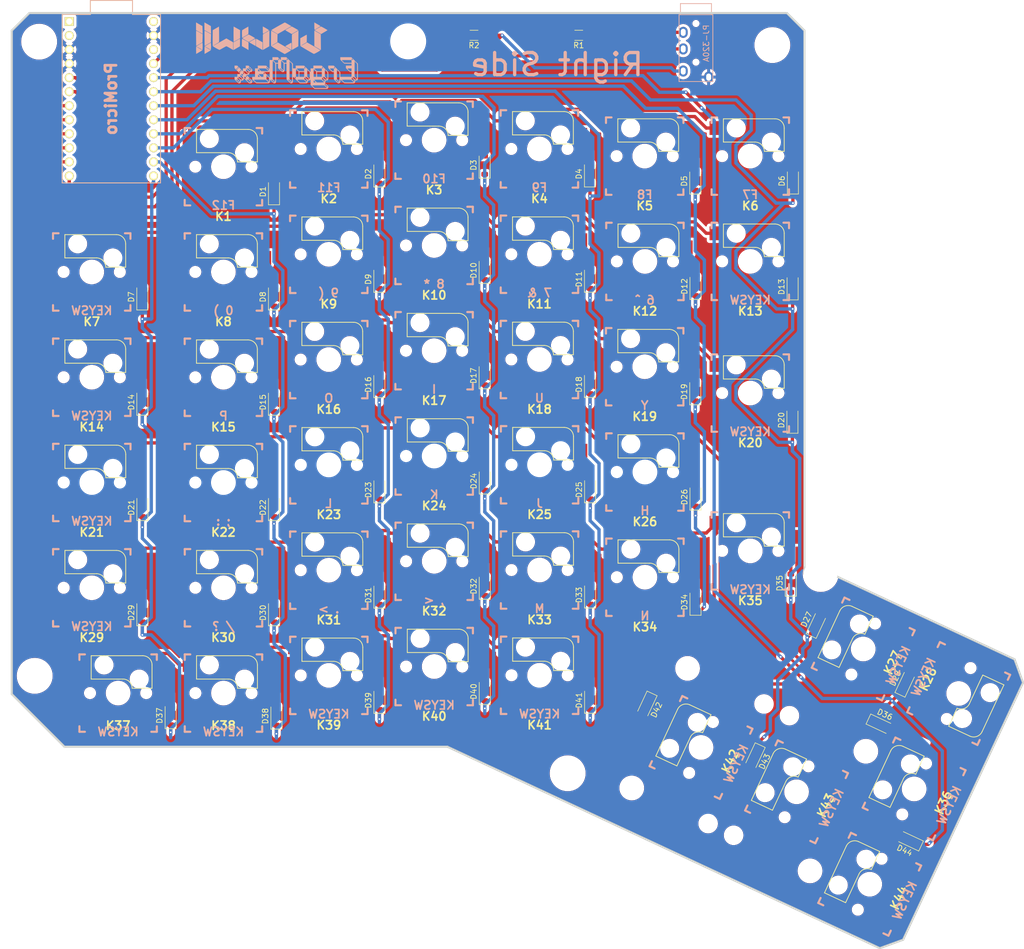
<source format=kicad_pcb>
(kicad_pcb (version 20221018) (generator pcbnew)
  (layers (0 "F.Cu" signal "Front") (1 "In1.Cu" signal) (2 "In2.Cu" signal) (31 "B.Cu" signal "Back") (34 "B.Paste" user) (35 "F.Paste" user) (36 "B.SilkS" user "B.Silkscreen") (37 "F.SilkS" user "F.Silkscreen") (38 "B.Mask" user) (39 "F.Mask" user) (44 "Edge.Cuts" user))
  (net 0 "")
  (net 1 "/Col1")
  (net 2 "/Col2")
  (net 3 "/Col3")
  (net 4 "/Col4")
  (net 5 "/Col5")
  (net 6 "/Col6")
  (net 7 "/Col0")
  (net 8 "/Col7")
  (net 9 "/Row0")
  (net 10 "/Row1")
  (net 11 "/Row2")
  (net 12 "/Row3")
  (net 13 "/Row4")
  (net 14 "/Row5")
  (net 15 "VCC")
  (net 16 "SDA")
  (net 17 "SCL")
  (net 18 "Net-(D1-A)")
  (net 19 "Net-(D2-A)")
  (net 20 "GND")
  (net 21 "Net-(D3-A)")
  (net 22 "Net-(D4-A)")
  (net 23 "Net-(D5-A)")
  (net 24 "Net-(D6-A)")
  (net 25 "Net-(D7-A)")
  (net 26 "Net-(D8-A)")
  (net 27 "Net-(D9-A)")
  (net 28 "Net-(D10-A)")
  (net 29 "Net-(D11-A)")
  (net 30 "Net-(D12-A)")
  (net 31 "Net-(D13-A)")
  (net 32 "Net-(D14-A)")
  (net 33 "Net-(D15-A)")
  (net 34 "Net-(D16-A)")
  (net 35 "Net-(D17-A)")
  (net 36 "Net-(D18-A)")
  (net 37 "Net-(D19-A)")
  (net 38 "Net-(D20-A)")
  (net 39 "Net-(D21-A)")
  (net 40 "Net-(D22-A)")
  (net 41 "Net-(D23-A)")
  (net 42 "Net-(D24-A)")
  (net 43 "Net-(D25-A)")
  (net 44 "Net-(D26-A)")
  (net 45 "Net-(D27-A)")
  (net 46 "Net-(D28-A)")
  (net 47 "Net-(D29-A)")
  (net 48 "Net-(D30-A)")
  (net 49 "Net-(D31-A)")
  (net 50 "Net-(D32-A)")
  (net 51 "Net-(D33-A)")
  (net 52 "Net-(D34-A)")
  (net 53 "Net-(D35-A)")
  (net 54 "Net-(D36-A)")
  (net 55 "Net-(D37-A)")
  (net 56 "Net-(D38-A)")
  (net 57 "Net-(D39-A)")
  (net 58 "Net-(D40-A)")
  (net 59 "Net-(D41-A)")
  (net 60 "Net-(D42-A)")
  (net 61 "Net-(D43-A)")
  (net 62 "Net-(D44-A)")
  (footprint "MountingHole:MountingHole_6mm" (layer "F.Cu") (at 210.842752 173.375665)
    (fp_text reference "H5" hide)
    (fp_text value "MountingHole")
  )
  (footprint "MountingHole:MountingHole_6mm" (layer "F.Cu") (at 114.479969 155.747076)
    (fp_text reference "H4" hide)
    (fp_text value "MountingHole")
  )
  (footprint "MountingHole:MountingHole_6mm" (layer "F.Cu") (at 247.84558 41.65092)
    (fp_text reference "H3" hide)
    (fp_text value "MountingHole")
  )
  (footprint "MountingHole:MountingHole_6mm" (layer "F.Cu") (at 115.28298 41.03624)
    (fp_text reference "H1" hide)
    (fp_text value "MountingHole")
  )
  (footprint "MountingHole:MountingHole_6mm" (layer "F.Cu") (at 182.00238 40.97688)
    (fp_text reference "H2" hide)
    (fp_text value "MountingHole")
  )
  (footprint "MountingHole:MountingHole_6mm" (layer "F.Cu") (at 256.580125 137.332164)
    (fp_text reference "H6" hide)
    (fp_text value "MountingHole")
  )
  (footprint "ErgoMax:RightSideText" (layer "F.Cu") (at 208.82102 45.28058)
    (fp_text reference "Lg3" hide)
    (fp_text value "Logo" hide)
  )
  (footprint "Diode_SMD:D_SOD-123" (layer "F.Cu") (at 157.744161 68.172966 90)
    (fp_text reference "D1")
    (fp_text value "D")
  )
  (footprint "Diode_SMD:D_SOD-123" (layer "F.Cu") (at 214.878761 84.006746 90)
    (fp_text reference "D11")
    (fp_text value "D")
  )
  (footprint "Diode_SMD:D_SOD-123" (layer "F.Cu") (at 133.949561 125.293166 90)
    (fp_text reference "D21")
    (fp_text value "D")
  )
  (footprint "Diode_SMD:D_SOD-123" (layer "F.Cu") (at 251.4727 109.50194 90)
    (fp_text reference "D20")
    (fp_text value "D")
  )
  (footprint "Diode_SMD:D_SOD-123" (layer "F.Cu") (at 233.911761 104.355366 90)
    (fp_text reference "D19")
    (fp_text value "D")
  )
  (footprint "Diode_SMD:D_SOD-123" (layer "F.Cu") (at 214.878601 103.044586 90)
    (fp_text reference "D18")
    (fp_text value "D")
  )
  (footprint "Diode_SMD:D_SOD-123" (layer "F.Cu") (at 195.833201 101.458866 90)
    (fp_text reference "D17")
    (fp_text value "D")
  )
  (footprint "Diode_SMD:D_SOD-123" (layer "F.Cu") (at 176.788761 103.061946 90)
    (fp_text reference "D16")
    (fp_text value "D")
  )
  (footprint "Diode_SMD:D_SOD-123" (layer "F.Cu") (at 157.740021 106.262666 90)
    (fp_text reference "D15")
    (fp_text value "D")
  )
  (footprint "Diode_SMD:D_SOD-123" (layer "F.Cu") (at 133.939241 106.253066 90)
    (fp_text reference "D14")
    (fp_text value "D")
  )
  (footprint "Diode_SMD:D_SOD-123" (layer "F.Cu") (at 251.51334 85.37956 90)
    (fp_text reference "D13")
    (fp_text value "D")
  )
  (footprint "Diode_SMD:D_SOD-123" (layer "F.Cu") (at 195.854161 120.506566 90)
    (fp_text reference "D24")
    (fp_text value "D")
  )
  (footprint "Diode_SMD:D_SOD-123" (layer "F.Cu") (at 176.804161 122.109566 90)
    (fp_text reference "D23")
    (fp_text value "D")
  )
  (footprint "Diode_SMD:D_SOD-123" (layer "F.Cu") (at 195.836861 82.414406 90)
    (fp_text reference "D10")
    (fp_text value "D")
  )
  (footprint "Diode_SMD:D_SOD-123" (layer "F.Cu") (at 176.791261 84.019966 90)
    (fp_text reference "D9")
    (fp_text value "D")
  )
  (footprint "Diode_SMD:D_SOD-123" (layer "F.Cu") (at 157.741261 87.209966 90)
    (fp_text reference "D8")
    (fp_text value "D")
  )
  (footprint "Diode_SMD:D_SOD-123" (layer "F.Cu") (at 133.935841 87.209966 90)
    (fp_text reference "D7")
    (fp_text value "D")
  )
  (footprint "Diode_SMD:D_SOD-123" (layer "F.Cu") (at 251.55906 66.23558 90)
    (fp_text reference "D6")
    (fp_text value "D")
  )
  (footprint "Diode_SMD:D_SOD-123" (layer "F.Cu") (at 233.911912 66.252966 90)
    (fp_text reference "D5")
    (fp_text value "D")
  )
  (footprint "Diode_SMD:D_SOD-123" (layer "F.Cu") (at 214.874161 64.952966 90)
    (fp_text reference "D4")
    (fp_text value "D")
  )
  (footprint "Diode_SMD:D_SOD-123" (layer "F.Cu") (at 195.834161 63.368966 90)
    (fp_text reference "D3")
    (fp_text value "D")
  )
  (footprint "Diode_SMD:D_SOD-123" (layer "F.Cu") (at 176.794161 64.966366 90)
    (fp_text reference "D2")
    (fp_text value "D")
  )
  (footprint "Diode_SMD:D_SOD-123" (layer "F.Cu") (at 251.18 138.99 90)
    (fp_text reference "D35")
    (fp_text value "D")
  )
  (footprint "Diode_SMD:D_SOD-123" (layer "F.Cu") (at 157.745761 125.301366 90)
    (fp_text reference "D22")
    (fp_text value "D")
  )
  (footprint "Diode_SMD:D_SOD-123" (layer "F.Cu") (at 272.59788 185.53938 155)
    (fp_text reference "D44")
    (fp_text value "D")
  )
  (footprint "Diode_SMD:D_SOD-123" (layer "F.Cu") (at 244.6528 170.42384 -115)
    (fp_text reference "D43")
    (fp_text value "D")
  )
  (footprint "Diode_SMD:D_SOD-123" (layer "F.Cu") (at 225.1075 161.06902 -115)
    (fp_text reference "D42")
    (fp_text value "D")
  )
  (footprint "Diode_SMD:D_SOD-123" (layer "F.Cu") (at 214.904161 160.169326 90)
    (fp_text reference "D41")
    (fp_text value "D")
  )
  (footprint "Diode_SMD:D_SOD-123" (layer "F.Cu") (at 195.854161 158.589326 90)
    (fp_text reference "D40")
    (fp_text value "D")
  )
  (footprint "Diode_SMD:D_SOD-123" (layer "F.Cu") (at 176.804161 160.189326 90)
    (fp_text reference "D39")
    (fp_text value "D")
  )
  (footprint "Diode_SMD:D_SOD-123" (layer "F.Cu") (at 158.18 163.03 90)
    (fp_text reference "D38")
    (fp_text value "D")
  )
  (footprint "Diode_SMD:D_SOD-123" (layer "F.Cu") (at 139.06 162.95 90)
    (fp_text reference "D37")
    (fp_text value "D")
  )
  (footprint "Diode_SMD:D_SOD-123" (layer "F.Cu") (at 267.35024 164.56152 -25)
    (fp_text reference "D36")
    (fp_text value "D")
  )
  (footprint "Diode_SMD:D_SOD-123" (layer "F.Cu") (at 233.954161 85.302846 90)
    (fp_text reference "D12")
    (fp_text value "D")
  )
  (footprint "Diode_SMD:D_SOD-123" (layer "F.Cu") (at 233.954161 142.429326 90)
    (fp_text reference "D34")
    (fp_text value "D")
  )
  (footprint "Diode_SMD:D_SOD-123" (layer "F.Cu") (at 214.904161 141.129326 90)
    (fp_text reference "D33")
    (fp_text value "D")
  )
  (footprint "Diode_SMD:D_SOD-123" (layer "F.Cu") (at 195.854161 139.549326 90)
    (fp_text reference "D32")
    (fp_text value "D")
  )
  (footprint "Diode_SMD:D_SOD-123" (layer "F.Cu") (at 176.804161 141.159326 90)
    (fp_text reference "D31")
    (fp_text value "D")
  )
  (footprint "Diode_SMD:D_SOD-123" (layer "F.Cu") (at 157.754161 144.339326 90)
    (fp_text reference "D30")
    (fp_text value "D")
  )
  (footprint "Diode_SMD:D_SOD-123" (layer "F.Cu") (at 133.944161 144.339326 90)
    (fp_text reference "D29")
    (fp_text value "D")
  )
  (footprint "Diode_SMD:D_SOD-123" (layer "F.Cu") (at 271.91716 157.04566 65)
    (fp_text reference "D28")
    (fp_text value "D")
  )
  (footprint "Diode_SMD:D_SOD-123" (layer "F.Cu") (at 255.85166 146.41576 65)
    (fp_text reference "D27")
    (fp_text value "D")
  )
  (footprint "Diode_SMD:D_SOD-123" (layer "F.Cu") (at 233.954161 123.400166 90)
    (fp_text reference "D26")
    (fp_text value "D")
  )
  (footprint "Diode_SMD:D_SOD-123" (layer "F.Cu") (at 214.904161 122.089326 90)
    (fp_text reference "D25")
    (fp_text value "D")
  )
  (footprint "Resistor_SMD:R_1206_3216Metric_Pad1.30x1.75mm_HandSolder" (layer "F.Cu") (at 212.84592 39.87546 180)
    (fp_text reference "R1")
    (fp_text value "2.2K")
  )
  (footprint "Resistor_SMD:R_1206_3216Metric_Pad1.30x1.75mm_HandSolder" (layer "F.Cu") (at 193.90768 39.87546 180)
    (fp_text reference "R2")
    (fp_text value "2.2K")
  )
  (footprint "promicro:ProMicro" (layer "F.Cu") (at 128.34966 51.34864 -90)
    (fp_text reference "U1" hide)
    (fp_text value "ProMicro")
  )
  (footprint "keyboard_parts:Mx_Stab_200" (layer "F.Cu") (at 234.952436 168.708408 -115)
    (fp_text reference "St2" hide)
    (fp_text value "Stab 2U" hide)
  )
  (footprint "keyboard_parts:Mx_Stab_200" (layer "F.Cu") (at 252.22308 176.726588 65)
    (fp_text reference "St1" hide)
    (fp_text value "Stab 2U" hide)
  )
  (footprint "ErgoMax:Kailh_MX_Socket" (layer "F.Cu") (at 243.86 133.15)
    (fp_text reference "K35")
    (fp_text value "KEYSW")
  )
  (footprint "ErgoMax:Kailh_MX_Socket" (layer "F.Cu") (at 224.81 118.88084)
    (fp_text reference "K26")
    (fp_text value "H")
  )
  (footprint "ErgoMax:Kailh_MX_Socket" (layer "F.Cu") (at 205.76 117.57)
    (fp_text reference "K25")
    (fp_text value "J")
  )
  (footprint "ErgoMax:Kailh_MX_Socket" (layer "F.Cu") (at 264.274894 150.896396 65)
    (fp_text reference "K27")
    (fp_text value "KEYSW")
  )
  (footprint "ErgoMax:Kailh_MX_Socket" (layer "F.Cu") (at 281.534682 158.946393 -115)
    (fp_text reference "K28")
    (fp_text value "KEYSW")
  )
  (footprint "ErgoMax:Kailh_MX_Socket" (layer "F.Cu") (at 124.8 139.82)
    (fp_text reference "K29")
    (fp_text value "KEYSW")
  )
  (footprint "ErgoMax:Kailh_MX_Socket" (layer "F.Cu") (at 148.61 139.82)
    (fp_text reference "K30")
    (fp_text value "/ ?")
  )
  (footprint "ErgoMax:Kailh_MX_Socket" (layer "F.Cu") (at 167.66 136.64)
    (fp_text reference "K31")
    (fp_text value ". >")
  )
  (footprint "ErgoMax:Kailh_MX_Socket" (layer "F.Cu") (at 186.71 135.03)
    (fp_text reference "K32")
    (fp_text value ", <")
  )
  (footprint "ErgoMax:Kailh_MX_Socket" (layer "F.Cu") (at 205.76 136.61)
    (fp_text reference "K33")
    (fp_text value "M")
  )
  (footprint "ErgoMax:Kailh_MX_Socket" (layer "F.Cu") (at 224.81 137.91)
    (fp_text reference "K34")
    (fp_text value "N")
  )
  (footprint "ErgoMax:Kailh_MX_Socket" (layer "F.Cu") (at 167.65 60.44704)
    (fp_text reference "K2")
    (fp_text value "F11")
  )
  (footprint "ErgoMax:Kailh_MX_Socket" (layer "F.Cu") (at 273.483805 176.211556 65)
    (fp_text reference "K36")
    (fp_text value "KEYSW")
  )
  (footprint "ErgoMax:Kailh_MX_Socket" (layer "F.Cu") (at 129.56 158.87)
    (fp_text reference "K37")
    (fp_text value "KEYSW")
  )
  (footprint "ErgoMax:Kailh_MX_Socket" (layer "F.Cu") (at 148.61 158.87)
    (fp_text reference "K38")
    (fp_text value "KEYSW")
  )
  (footprint "ErgoMax:Kailh_MX_Socket" (layer "F.Cu") (at 167.66 155.67)
    (fp_text reference "K39")
    (fp_text value "KEYSW")
  )
  (footprint "ErgoMax:Kailh_MX_Socket" (layer "F.Cu") (at 186.71 154.07)
    (fp_text reference "K40")
    (fp_text value "KEYSW")
  )
  (footprint "ErgoMax:Kailh_MX_Socket" (layer "F.Cu") (at 205.76 155.65)
    (fp_text reference "K41")
    (fp_text value "KEYSW")
  )
  (footprint "ErgoMax:Kailh_MX_Socket" (layer "F.Cu") (at 234.952436 168.708408 65)
    (fp_text reference "K42")
    (fp_text value "KEYSW")
  )
  (footprint "ErgoMax:Kailh_MX_Socket" (layer "F.Cu") (at 252.22308 176.726588 65)
    (fp_text reference "K43")
    (fp_text value "KEYSW")
  )
  (footprint "ErgoMax:Kailh_MX_Socket" (layer "F.Cu") (at 265.450951 193.451188 65)
    (fp_text reference "K44")
    (fp_text value "KEYSW")
  )
  (footprint "ErgoMax:Kailh_MX_Socket" (layer "F.Cu") (at 243.86 80.77594)
    (fp_text reference "K13")
    (fp_text value "KEYSW")
  )
  (footprint "ErgoMax:Kailh_MX_Socket" (layer "F.Cu") (at 148.6 63.65364)
    (fp_text reference "K1")
    (fp_text value "F12")
  )
  (footprint "ErgoMax:Kailh_MX_Socket" (layer "F.Cu") (at 186.69 58.84964)
    (fp_text reference "K3")
    (fp_text value "F10")
  )
  (footprint "ErgoMax:Kailh_MX_Socket" (layer "F.Cu") (at 205.73 60.43364)
    (fp_text reference "K4")
    (fp_text value "F9")
  )
  (footprint "ErgoMax:Kailh_MX_Socket" (layer "F.Cu") (at 224.767751 61.73364)
    (fp_text reference "K5")
    (fp_text value "F8")
  )
  (footprint "ErgoMax:Kailh_MX_Socket" (layer "F.Cu") (at 243.86 61.73564)
    (fp_text reference "K6")
    (fp_text value "F7")
  )
  (footprint "ErgoMax:Kailh_MX_Socket" (layer "F.Cu") (at 124.79168 82.69064)
    (fp_text reference "K7")
    (fp_text value "KEYSW")
  )
  (footprint "ErgoMax:Kailh_MX_Socket" (layer "F.Cu") (at 148.5971 82.69064)
    (fp_text reference "K8")
    (fp_text value "0 )")
  )
  (footprint "ErgoMax:Kailh_MX_Socket" (layer "F.Cu") (at 167.6471 79.50064)
    (fp_text reference "K9")
    (fp_text value "9 (")
  )
  (footprint "ErgoMax:Kailh_MX_Socket" (layer "F.Cu") (at 186.6927 77.89508)
    (fp_text reference "K10")
    (fp_text value "8 *")
  )
  (footprint "ErgoMax:Kailh_MX_Socket" (layer "F.Cu") (at 205.7346 79.48742)
    (fp_text reference "K11")
    (fp_text value "7 &")
  )
  (footprint "ErgoMax:Kailh_MX_Socket" (layer "F.Cu") (at 224.81 80.78352)
    (fp_text reference "K12")
    (fp_text value "6 ^")
  )
  (footprint "ErgoMax:Kailh_MX_Socket" (layer "F.Cu") (at 186.71 115.98724)
    (fp_text reference "K24")
    (fp_text value "K")
  )
  (footprint "ErgoMax:Kailh_MX_Socket" (layer "F.Cu") (at 124.79508 101.73374)
    (fp_text reference "K14")
    (fp_text value "KEYSW")
  )
  (footprint "ErgoMax:Kailh_MX_Socket" (layer "F.Cu") (at 148.59586 101.74334)
    (fp_text reference "K15")
    (fp_text value "P")
  )
  (footprint "ErgoMax:Kailh_MX_Socket" (layer "F.Cu") (at 167.6446 98.54262)
    (fp_text reference "K16")
    (fp_text value "O")
  )
  (footprint "ErgoMax:Kailh_MX_Socket" (layer "F.Cu") (at 186.68904 96.93954)
    (fp_text reference "K17")
    (fp_text value "I")
  )
  (footprint "ErgoMax:Kailh_MX_Socket" (layer "F.Cu") (at 205.73444 98.52526)
    (fp_text reference "K18")
    (fp_text value "U")
  )
  (footprint "ErgoMax:Kailh_MX_Socket" (layer "F.Cu") (at 224.7676 99.83604)
    (fp_text reference "K19")
    (fp_text value "Y")
  )
  (footprint "ErgoMax:Kailh_MX_Socket" (layer "F.Cu") (at 243.86 104.59564)
    (fp_text reference "K20")
    (fp_text value "KEYSW")
  )
  (footprint "ErgoMax:Kailh_MX_Socket" (layer "F.Cu") (at 124.8054 120.77384)
    (fp_text reference "K21")
    (fp_text value "KEYSW")
  )
  (footprint "ErgoMax:Kailh_MX_Socket" (layer "F.Cu") (at 148.6016 120.78204)
    (fp_text reference "K22")
    (fp_text value "; :")
  )
  (footprint "ErgoMax:Kailh_MX_Socket" (layer "F.Cu") (at 167.66 117.59024)
    (fp_text reference "K23")
    (fp_text value "L")
  )
  (footprint "ErgoMax:LouWii-logo" (layer "B.Cu") (at 155.10764 40.61206 180)
    (fp_text reference "Lg1" hide)
    (fp_text value "Logo" hide)
  )
  (footprint "ErgoMax:ErgoMax-logo" (layer "B.Cu") (at 161.7853 46.70806 180)
    (fp_text reference "Lg2" hide)
    (fp_text value "Logo" hide)
  )
  (footprint "Keebio-Parts:TRRS-PJ-320A-no-Fmask" (layer "B.Cu") (at 234.03306 36.14674 180)
    (fp_text reference "J1")
    (fp_text value "PJ-320A")
  )
  (gr_line (start 110.3376 39.0271) (end 110.34 159.05) (stroke (width 0.381)) (layer "Edge.Cuts"))
  (gr_line (start 253.64948 39.02456) (end 253.65 137.29) (stroke (width 0.381)) (layer "Edge.Cuts"))
  (gr_line (start 113.514 35.85) (end 110.339 39.025) (stroke (width 0.381)) (layer "Edge.Cuts"))
  (gr_line (start 293.17642 156.98244) (end 291.63972 152.7635) (stroke (width 0.381)) (layer "Edge.Cuts"))
  (gr_line (start 267.2735 205.01892) (end 271.49244 203.48476) (stroke (width 0.381)) (layer "Edge.Cuts"))
  (gr_line (start 253.65 137.29) (end 258.5486 137.333) (stroke (width 0.381)) (layer "Edge.Cuts"))
  (gr_line (start 189.105 168.575) (end 267.2735 205.01892) (stroke (width 0.381)) (layer "Edge.Cuts"))
  (gr_line (start 291.63972 152.7635) (end 258.5486 137.333) (stroke (width 0.381)) (layer "Edge.Cuts"))
  (gr_line (start 271.49244 203.48476) (end 293.17642 156.98244) (stroke (width 0.381)) (layer "Edge.Cuts"))
  (gr_line (start 119.865 168.575) (end 189.105 168.575) (stroke (width 0.381)) (layer "Edge.Cuts"))
  (gr_line (start 253.64948 39.02456) (end 250.47956 35.84956) (stroke (width 0.381)) (layer "Edge.Cuts"))
  (gr_line (start 250.48 35.85) (end 113.514 35.85) (stroke (width 0.381)) (layer "Edge.Cuts"))
  (gr_line (start 110.34 159.05) (end 119.865 168.575) (stroke (width 0.381)) (layer "Edge.Cuts"))
  (segment (start 157.741261 88.859966) (end 157.741261 90.2) (width 0.6) (layer "F.Cu") (net 1))
  (segment (start 157.754161 145.989326) (end 157.754161 147.59) (width 0.6) (layer "F.Cu") (net 1))
  (segment (start 157.740021 107.912666) (end 157.740021 109.26) (width 0.6) (layer "F.Cu") (net 1))
  (segment (start 158.18 164.68) (end 158.18 166.23) (width 0.6) (layer "F.Cu") (net 1))
  (segment (start 157.745761 126.951366) (end 157.745761 128.24) (width 0.6) (layer "F.Cu") (net 1))
  (segment (start 157.744161 69.822966) (end 157.744161 72.172966) (width 0.6) (layer "F.Cu") (net 1))
  (via (at 157.740021 109.26) (size 0.6) (drill 0.3) (layers "F.Cu" "B.Cu") (net 1))
  (via (at 157.741261 90.2) (size 0.6) (drill 0.3) (layers "F.Cu" "B.Cu") (net 1))
  (via (at 158.18 166.23) (size 0.6) (drill 0.3) (layers "F.Cu" "B.Cu") (net 1))
  (via (at 157.744161 72.172966) (size 0.6) (drill 0.3) (layers "F.Cu" "B.Cu") (net 1))
  (via (at 157.754161 147.59) (size 0.6) (drill 0.3) (layers "F.Cu" "B.Cu") (net 1))
  (via (at 157.745761 128.24) (size 0.6) (drill 0.3) (layers "F.Cu" "B.Cu") (net 1))
  (segment (start 159.358962 137.98804) (end 159.358962 145.134525) (width 0.6) (layer "B.Cu") (net 1))
  (segment (start 158.18 166.23) (end 158.18 167.03) (width 0.6) (layer "B.Cu") (net 1))
  (segment (start 159.344822 107.057865) (end 157.740021 108.662666) (width 0.6) (layer "B.Cu") (net 1))
  (segment (start 159.784801 163.825199) (end 158.18 165.43) (width 0.6) (layer "B.Cu") (net 1))
  (segment (start 137.10103 62.77864) (end 146.495356 72.172966) (width 0.6) (layer "B.Cu") (net 1))
  (segment (start 157.745761 130.901366) (end 159.358962 132.514567) (width 0.6) (layer "B.Cu") (net 1))
  (segment (start 156.144161 72.172966) (end 157.744161 72.172966) (width 0.6) (layer "B.Cu") (net 1))
  (segment (start 157.741261 90.2) (end 157.741261 91.209966) (width 0.6) (layer "B.Cu") (net 1))
  (segment (start 157.744161 80.83776) (end 159.346062 82.439661) (width 0.6) (layer "B.Cu") (net 1))
  (segment (start 158.18 165.43) (end 158.18 166.23) (width 0.6) (layer "B.Cu") (net 1))
  (segment (start 157.740021 110.262666) (end 157.740021 111.862666) (width 0.6) (layer "B.Cu") (net 1))
  (segment (start 159.344822 94.413527) (end 159.344822 107.057865) (width 0.6) (layer "B.Cu") (net 1))
  (segment (start 159.784801 151.969966) (end 159.784801 163.825199) (width 0.6) (layer "B.Cu") (net 1))
  (segment (start 157.740021 109.26) (end 157.740021 110.262666) (width 0.6) (layer "B.Cu") (net 1))
  (segment (start 159.358962 132.514567) (end 159.358962 134.6708) (width 0.6) (layer "B.Cu") (net 1))
  (segment (start 157.741261 91.209966) (end 157.741261 92.809966) (width 0.6) (layer "B.Cu") (net 1))
  (segment (start 157.754161 149.939326) (end 159.784801 151.969966) (width 0.6) (layer "B.Cu") (net 1))
  (segment (start 157.740021 108.662666) (end 157.740021 109.26) (width 0.6) (layer "B.Cu") (net 1))
  (segment (start 157.741261 92.809966) (end 159.344822 94.413527) (width 0.6) (layer "B.Cu") (net 1))
  (segment (start 157.744161 72.172966) (end 157.744161 80.83776) (width 0.6) (layer "B.Cu") (net 1))
  (segment (start 157.745761 127.701366) (end 157.745761 128.24) (width 0.6) (layer "B.Cu") (net 1))
  (segment (start 157.754161 148.339326) (end 157.754161 149.939326) (width 0.6) (layer "B.Cu") (net 1))
  (segment (start 157.754161 147.59) (end 157.754161 148.339326) (width 0.6) (layer "B.Cu") (net 1))
  (segment (start 159.346062 88.005165) (end 157.741261 89.609966) (width 0.6) (layer "B.Cu") (net 1))
  (segment (start 157.741261 89.609966) (end 157.741261 90.2) (width 0.6) (layer "B.Cu") (net 1))
  (segment (start 159.350562 113.473207) (end 159.350562 126.096565) (width 0.6) (layer "B.Cu") (net 1))
  (segment (start 159.346062 82.439661) (end 159.346062 88.005165) (width 0.6) (layer "B.Cu") (net 1))
  (segment (start 146.495356 72.172966) (end 156.144161 72.172966) (width 0.6) (layer "B.Cu") (net 1))
  (segment (start 157.745761 129.301366) (end 157.745761 130.901366) (width 0.6) (layer "B.Cu") (net 1))
  (segment (start 159.358962 145.134525) (end 157.754161 146.739326) (width 0.6) (layer "B.Cu") (net 1))
  (segment (start 159.350562 126.096565) (end 157.745761 127.701366) (width 0.6) (layer "B.Cu") (net 1))
  (segment (start 157.740021 111.862666) (end 159.350562 113.473207) (width 0.6) (layer "B.Cu") (net 1))
  (segment (start 159.358962 134.6708) (end 159.358962 137.98804) (width 0.6) (layer "B.Cu") (net 1))
  (segment (start 157.745761 128.24) (end 157.745761 129.301366) (width 0.6) (layer "B.Cu") (net 1))
  (segment (start 135.96966 62.77864) (end 137.10103 62.77864) (width 0.6) (layer "B.Cu") (net 1))
  (segment (start 157.754161 146.739326) (end 157.754161 147.59) (width 0.6) (layer "B.Cu") (net 1))
  (segment (start 176.804161 161.839326) (end 176.804161 163.57) (width 0.6) (layer "F.Cu") (net 2))
  (segment (start 176.788761 104.711946) (end 176.788761 106.31) (width 0.6) (layer "F.Cu") (net 2))
  (segment (start 176.804161 123.759566) (end 176.804161 125.1) (width 0.6) (layer "F.Cu") (net 2))
  (segment (start 176.794161 66.616366) (end 176.794161 68.61) (width 0.6) (layer "F.Cu") (net 2))
  (segment (start 176.804161 142.809326) (end 176.804161 144.42) (width 0.6) (layer "F.Cu") (net 2))
  (segment (start 176.791261 85.669966) (end 176.791261 87.14) (width 0.6) (layer "F.Cu") (net 2))
  (via (at 176.804161 163.57) (size 0.6) (drill 0.3) (layers "F.Cu" "B.Cu") (net 2))
  (via (at 176.804161 144.42) (size 0.6) (drill 0.3) (layers "F.Cu" "B.Cu") (net 2))
  (via (at 176.788761 106.31) (size 0.6) (drill 0.3) (layers "F.Cu" "B.Cu") (net 2))
  (via (at 176.804161 125.1) (size 0.6) (drill 0.3) (layers "F.Cu" "B.Cu") (net 2))
  (via (at 176.794161 68.61) (size 0.6) (drill 0.3) (layers "F.Cu" "B.Cu") (net 2))
  (via (at 176.791261 87.14) (size 0.6) (drill 0.3) (layers "F.Cu" "B.Cu") (net 2))
  (segment (start 176.788761 106.31) (end 176.788761 107.061946) (width 0.6) (layer "B.Cu") (net 2))
  (segment (start 176.788761 105.461946) (end 176.788761 106.31) (width 0.6) (layer "B.Cu") (net 2))
  (segment (start 176.804161 144.42) (end 176.804161 145.159326) (width 0.6) (layer "B.Cu") (net 2))
  (segment (start 176.804161 162.589326) (end 176.804161 163.57) (width 0.6) (layer "B.Cu") (net 2))
  (segment (start 178.408962 148.364127) (end 178.408962 160.984525) (width 0.6) (layer "B.Cu") (net 2))
  (segment (start 176.791261 87.14) (end 176.791261 88.019966) (width 0.6) (layer "B.Cu") (net 2))
  (segment (start 178.396062 84.815165) (end 176.791261 86.419966) (width 0.6) (layer "B.Cu") (net 2))
  (segment (start 176.804161 146.759326) (end 178.408962 148.364127) (width 0.6) (layer "B.Cu") (net 2))
  (segment (start 176.794161 75.229647) (end 178.396062 76.831548) (width 0.6) (layer "B.Cu") (net 2))
  (segment (start 178.398962 65.761565) (end 178.398962 55.61838) (width 0.6) (layer "B.Cu") (net 2))
  (segment (start 178.398962 55.61838) (end 176.067821 53.287239) (width 0.6) (layer "B.Cu") (net 2))
  (segment (start 178.408962 160.984525) (end 176.804161 162.589326) (width 0.6) (layer "B.Cu") (net 2))
  (segment (start 176.794161 68.61) (end 176.794161 67.366366) (width 0.6) (layer "B.Cu") (net 2))
  (segment (start 176.804161 124.509566) (end 176.804161 125.1) (width 0.6) (layer "B.Cu") (net 2))
  (segment (start 176.794161 68.966366) (end 176.794161 68.61) (width 0.6) (layer "B.Cu") (net 2))
  (segment (start 146.526941 53.287239) (end 139.57554 60.23864) (width 0.6) (layer "B.Cu") (net 2))
  (segment (start 176.791261 88.019966) (end 176.791261 89.619966) (width 0.6) (layer "B.Cu") (net 2))
  (segment (start 178.396062 76.831548) (end 178.396062 84.815165) (width 0.6) (layer "B.Cu") (net 2))
  (segment (start 176.804161 126.109566) (end 176.804161 127.709566) (width 0.6) (layer "B.Cu") (net 2))
  (segment (start 176.804161 143.559326) (end 176.804161 144.42) (width 0.6) (layer "B.Cu") (net 2))
  (segment (start 176.791261 86.419966) (end 176.791261 87.14) (width 0.6) (layer "B.Cu") (net 2))
  (segment (start 178.408962 141.954525) (end 176.804161 143.559326) (width 0.6) (layer "B.Cu") (net 2))
  (segment (start 176.067821 53.287239) (end 146.526941 53.287239) (width 0.6) (layer "B.Cu") (net 2))
  (segment (start 176.804161 125.1) (end 176.804161 126.109566) (width 0.6) (layer "B.Cu") (net 2))
  (segment (start 176.794161 67.366366) (end 178.398962 65.761565) (width 0.6) (layer "B.Cu") (net 2))
  (segment (start 176.804161 127.709566) (end 178.408962 129.314367) (width 0.6) (layer "B.Cu") (net 2))
  (segment (start 178.408962 122.904765) (end 176.804161 124.509566) (width 0.6) (layer "B.Cu") (net 2))
  (segment (start 176.791261 89.619966) (end 178.393562 91.222267) (width 0.6) (layer "B.Cu") (net 2))
  (segment (start 178.408962 110.282147) (end 178.408962 122.904765) (width 0.6) (layer "B.Cu") (net 2))
  (segment (start 176.788761 107.061946) (end 176.788761 108.661946) (width 0.6) (layer "B.Cu") (net 2))
  (segment (start 176.804161 163.57) (end 176.804161 164.189326) (width 0.6) (layer "B.Cu") (net 2))
  (segment (start 178.408962 129.314367) (end 178.408962 141.954525) (width 0.6) (layer "B.Cu") (net 2))
  (segment (start 176.794161 68.966366) (end 176.794161 75.229647) (width 0.6) (layer "B.Cu") (net 2))
  (segment (start 176.788761 108.661946) (end 178.408962 110.282147) (width 0.6) (layer "B.Cu") (net 2))
  (segment (start 139.57554 60.23864) (end 135.96966 60.23864) (width 0.6) (layer "B.Cu") (net 2))
  (segment (start 178.393562 103.857145) (end 176.788761 105.461946) (width 0.6) (layer "B.Cu") (net 2))
  (segment (start 176.804161 145.159326) (end 176.804161 146.759326) (width 0.6) (layer "B.Cu") (net 2))
  (segment (start 178.393562 91.222267) (end 178.393562 103.857145) (width 0.6) (layer "B.Cu") (net 2))
  (segment (start 195.854161 160.239326) (end 195.854161 161.64) (width 0.6) (layer "F.Cu") (net 3))
  (segment (start 195.834161 65.018966) (end 195.834161 66.67) (width 0.6) (layer "F.Cu") (net 3))
  (segment (start 195.854161 122.156566) (end 195.854161 123.7) (width 0.6) (layer "F.Cu") (net 3))
  (segment (start 195.833201 103.108866) (end 195.833201 104.65) (width 0.6) (layer "F.Cu") (net 3))
  (segment (start 195.854161 141.199326) (end 195.854161 142.81) (width 0.6) (layer "F.Cu") (net 3))
  (segment (start 195.836861 84.064406) (end 195.836861 85.72) (width 0.6) (layer "F.Cu") (net 3))
  (via (at 195.854161 161.64) (size 0.6) (drill 0.3) (layers "F.Cu" "B.Cu") (net 3))
  (via (at 195.833201 104.65) (size 0.6) (drill 0.3) (layers "F.Cu" "B.Cu") (net 3))
  (via (at 195.854161 123.7) (size 0.6) (drill 0.3) (layers "F.Cu" "B.Cu") (net 3))
  (via (at 195.854161 142.81) (size 0.6) (drill 0.3) (layers "F.Cu" "B.Cu") (net 3))
  (via (at 195.834161 66.67) (size 0.6) (drill 0.3) (layers "F.Cu" "B.Cu") (net 3))
  (via (at 195.836861 85.72) (size 0.6) (drill 0.3) (layers "F.Cu" "B.Cu") (net 3))
  (segment (start 195.854161 126.106566) (end 195.854161 124.506566) (width 0.6) (layer "B.Cu") (net 3))
  (segment (start 195.854161 122.906566) (end 197.458962 121.301765) (width 0.6) (layer "B.Cu") (net 3))
  (segment (start 195.854161 142.81) (end 195.854161 141.949326) (width 0.6) (layer "B.Cu") (net 3))
  (segment (start 147.5613 50.92954) (end 140.7922 57.69864) (width 0.6) (layer "B.Cu") (net 3))
  (segment (start 195.836861 86.414406) (end 195.836861 85.72) (width 0.6) (layer "B.Cu") (net 3))
  (segment (start 197.458962 108.684627) (end 195.833201 107.058866) (width 0.6) (layer "B.Cu") (net 3))
  (segment (start 195.836861 84.814406) (end 197.441662 83.209605) (width 0.6) (layer "B.Cu") (net 3))
  (segment (start 197.441662 83.209605) (end 197.441662 70.576467) (width 0.6) (layer "B.Cu") (net 3))
  (segment (start 195.833201 103.858866) (end 197.438002 102.254065) (width 0.6) (layer "B.Cu") (net 3))
  (segment (start 195.836861 85.72) (end 195.836861 84.814406) (width 0.6) (layer "B.Cu") (net 3))
  (segment (start 195.834161 63.096373) (end 197.52818 61.402354) (width 0.6) (layer "B.Cu") (net 3))
  (segment (start 195.854161 143.549326) (end 195.854161 142.81) (width 0.6) (layer "B.Cu") (net 3))
  (segment (start 197.458962 140.344525) (end 197.458962 127.711367) (width 0.6) (layer "B.Cu") (net 3))
  (segment (start 195.854161 141.949326) (end 197.458962 140.344525) (width 0.6) (layer "B.Cu") (net 3))
  (segment (start 195.854161 124.506566) (end 195.854161 123.7) (width 0.6) (layer "B.Cu") (net 3))
  (segment (start 195.834161 66.67) (end 195.834161 63.096373) (width 0.6) (layer "B.Cu") (net 3))
  (segment (start 140.7922 57.69864) (end 135.96966 57.69864) (width 0.6) (layer "B.Cu") (net 3))
  (segment (start 195.833201 105.458866) (end 195.833201 104.65) (width 0.6) (layer "B.Cu") (net 3))
  (segment (start 195.834161 68.968966) (end 195.834161 67.368966) (width 0.6) (layer "B.Cu") (net 3))
  (segment (start 195.834161 67.368966) (end 195.834161 66.67) (width 0.6) (layer "B.Cu") (net 3))
  (segment (start 197.438002 102.254065) (end 197.438002 89.615547) (width 0.6) (layer "B.Cu") (net 3))
  (segment (start 195.854161 160.989326) (end 197.458962 159.384525) (width 0.6) (layer "B.Cu") (net 3))
  (segment (start 197.458962 159.384525) (end 197.458962 146.754127) (width 0.6) (layer "B.Cu") (net 3))
  (segment (start 195.49872 50.92954) (end 147.5613 50.92954) (width 0.6) (layer "B.Cu") (net 3))
  (segment (start 195.854161 145.149326) (end 195.854161 143.549326) (width 0.6) (layer "B.Cu") (net 3))
  (segment (start 197.458962 146.754127) (end 195.854161 145.149326) (width 0.6) (layer "B.Cu") (net 3))
  (segment (start 195.854161 161.64) (end 195.854161 160.989326) (width 0.6) (layer "B.Cu") (net 3))
  (segment (start 197.458962 127.711367) (end 195.854161 126.106566) (width 0.6) (layer "B.Cu") (net 3))
  (segment (start 197.438002 89.615547) (end 195.836861 88.014406) (width 0.6) (layer "B.Cu") (net 3))
  (segment (start 195.836861 88.014406) (end 195.836861 86.414406) (width 0.6) (layer "B.Cu") (net 3))
  (segment (start 195.833201 104.65) (end 195.833201 103.858866) (width 0.6) (layer "B.Cu") (net 3))
  (segment (start 197.52818 52.959) (end 195.49872 50.92954) (width 0.6) (layer "B.Cu") (net 3))
  (segment (start 195.854161 123.7) (end 195.854161 122.906566) (width 0.6) (layer "B.Cu") (net 3))
  (segment (start 197.458962 121.301765) (end 197.458962 108.684627) (width 0.6) (layer "B.Cu") (net 3))
  (segment (start 197.441662 70.576467) (end 195.834161 68.968966) (width 0.6) (layer "B.Cu") (net 3))
  (segment (start 195.833201 107.058866) (end 195.833201 105.458866) (width 0.6) (layer "B.Cu") (net 3))
  (segment (start 195.854161 162.589326) (end 195.854161 161.64) (width 0.6) (layer "B.Cu") (net 3))
  (segment (start 197.52818 61.402354) (end 197.52818 52.959) (width 0.6) (layer "B.Cu") (net 3))
  (segment (start 214.904161 161.819326) (end 214.904161 163.35) (width 0.6) (layer "F.Cu") (net 4))
  (segment (start 214.904161 142.779326) (end 214.904161 144.81) (width 0.6) (layer "F.Cu") (net 4))
  (segment (start 214.878761 85.656746) (end 214.878761 87.38) (width 0.6) (layer "F.Cu") (net 4))
  (segment (start 214.874161 66.602966) (end 214.874161 68.952966) (width 0.6) (layer "F.Cu") (net 4))
  (segment (start 214.878601 104.694586) (end 214.878601 106.66) (width 0.6) (layer "F.Cu") (net 4))
  (segment (start 214.904161 123.739326) (end 214.904161 125.42) (width 0.6) (layer "F.Cu") (net 4))
  (via (at 214.904161 163.35) (size 0.6) (drill 0.3) (layers "F.Cu" "B.Cu") (net 4))
  (via (at 214.874161 68.952966) (size 0.6) (drill 0.3) (layers "F.Cu" "B.Cu") (net 4))
  (via (at 214.904161 125.42) (size 0.6) (drill 0.3) (layers "F.Cu" "B.Cu") (net 4))
  (via (at 214.878761 87.38) (size 0.6) (drill 0.3) (layers "F.Cu" "B.Cu") (net 4))
  (via (at 214.904161 144.81) (size 0.6) (drill 0.3) (layers "F.Cu" "B.Cu") (net 4))
  (via (at 214.878601 106.66) (size 0.6) (drill 0.3) (layers "F.Cu" "B.Cu") (net 4))
  (segment (start 214.904161 146.729326) (end 216.508962 148.334127) (width 0.6) (layer "B.Cu") (net 4))
  (segment (start 214.874161 77.62704) (end 216.483562 79.236441) (width 0.6) (layer "B.Cu") (net 4))
  (segment (start 216.508962 160.964525) (end 214.904161 162.569326) (width 0.6) (layer "B.Cu") (net 4))
  (segment (start 216.474161 68.952966) (end 216.478962 68.948165) (width 0.6) (layer "B.Cu") (net 4))
  (segment (start 147.17268 49.99736) (end 208.587182 49.99736) (width 0.6) (layer "B.Cu") (net 4))
  (segment (start 214.904161 124.489326) (end 214.904161 125.42) (width 0.6) (layer "B.Cu") (net 4))
  (segment (start 216.508962 141.924525) (end 214.904161 143.529326) (width 0.6) (layer "B.Cu") (net 4))
  (segment (start 142.0114 55.15864) (end 147.17268 49.99736) (width 0.6) (layer "B.Cu") (net 4))
  (segment (start 214.878601 115.68866) (end 216.508962 117.319021) (width 0.6) (layer "B.Cu") (net 4))
  (segment (start 214.878761 87.38) (end 214.878761 88.006746) (width 0.6) (layer "B.Cu") (net 4))
  (segment (start 214.878761 89.606746) (end 216.483402 91.211387) (width 0.6) (layer "B.Cu") (net 4))
  (segment (start 214.874161 68.952966) (end 216.474161 68.952966) (width 0.6) (layer "B.Cu") (net 4))
  (segment (start 214.904161 163.35) (end 214.904161 164.169326) (width 0.6) (layer "B.Cu") (net 4))
  (segment (start 214.904161 145.129326) (end 214.904161 146.729326) (width 0.6) (layer "B.Cu") (net 4))
  (segment (start 208.587182 49.99736) (end 216.478962 57.88914) (width 0.6) (layer "B.Cu") (net 4))
  (segment (start 214.878601 105.444586) (end 214.878601 106.66) (width 0.6) (layer "B.Cu") (net 4))
  (segment (start 216.508962 122.884525) (end 214.904161 124.489326) (width 0.6) (layer "B.Cu") (net 4))
  (segment (start 216.508962 129.294127) (end 216.508962 141.924525) (width 0.6) (layer "B.Cu") (net 4))
  (segment (start 214.878761 86.406746) (end 214.878761 87.38) (width 0.6) (layer "B.Cu") (net 4))
  (segment (start 214.878601 107.044586) (end 214.878601 115.68866) (width 0.6) (layer "B.Cu") (net 4))
  (segment (start 214.904161 143.529326) (end 214.904161 144.81) (width 0.6) (layer "B.Cu") (net 4))
  (segment (start 142.0114 55.15864) (end 135.96966 55.15864) (width 0.6) (layer "B.Cu") (net 4))
  (segment (start 216.483562 79.236441) (end 216.483562 84.801945) (width 0.6) (layer "B.Cu") (net 4))
  (segment (start 214.904161 126.089326) (end 214.904161 127.689326) (width 0.6) (layer "B.Cu") (net 4))
  (segment (start 214.904161 125.42) (end 214.904161 126.089326) (width 0.6) (layer "B.Cu") (net 4))
  (segment (start 214.878761 88.006746) (end 214.878761 89.606746) (width 0.6) (layer "B.Cu") (net 4))
  (segment (start 214.878601 106.66) (end 214.878601 107.044586) (width 0.6) (layer "B.Cu") (net 4))
  (segment (start 214.874161 68.952966) (end 214.874161 77.62704) (width 0.6) (layer "B.Cu") (net 4))
  (segment (start 216.483402 91.211387) (end 216.483402 103.839785) (width 0.6) (layer "B.Cu") (net 4))
  (segment (start 214.904161 127.689326) (end 216.508962 129.294127) (width 0.6) (layer "B.Cu") (net 4))
  (segment (start 216.508962 148.334127) (end 216.508962 160.964525) (width 0.6) (layer "B.Cu") (net 4))
  (segment (start 216.478962 68.948165) (end 216.478962 57.88914) (width 0.6) (layer "B.Cu") (net 4))
  (segment (start 216.508962 117.319021) (end 216.508962 122.884525) (width 0.6) (layer "B.Cu") (net 4))
  (segment (start 214.904161 162.569326) (end 214.904161 163.35) (width 0.6) (layer "B.Cu") (net 4))
  (segment (start 214.904161 144.81) (end 214.904161 145.129326) (width 0.6) (layer "B.Cu") (net 4))
  (segment (start 216.483402 103.839785) (end 214.878601 105.444586) (width 0.6) (layer "B.Cu") (net 4))
  (segment (start 216.483562 84.801945) (end 214.878761 86.406746) (width 0.6) (layer "B.Cu") (net 4))
  (segment (start 233.911761 106.005366) (end 233.911761 107.53) (width 0.6) (layer "F.Cu") (net 5))
  (segment (start 233.954161 86.952846) (end 233.954161 88.59) (width 0.6) (layer "F.Cu") (net 5))
  (segment (start 225.80482 152.228667) (end 233.954161 144.079326) (width 0.6) (layer "F.Cu") (net 5))
  (segment (start 233.911912 67.902966) (end 233.911912 69.6) (width 0.6) (layer "F.Cu") (net 5))
  (segment (start 225.80482 159.573612) (end 225.80482 152.228667) (width 0.6) (layer "F.Cu") (net 5))
  (segment (start 234.704161 144.079326) (end 235.558962 143.224525) (width 0.6) (layer "F.Cu") (net 5))
  (segment (start 233.954161 125.050166) (end 233.954161 126.77) (width 0.6) (layer "F.Cu") (net 5))
  (segment (start 233.954161 144.079326) (end 234.704161 144.079326) (width 0.6) (layer "F.Cu") (net 5))
  (via (at 235.558962 143.224525) (size 0.6) (drill 0.3) (layers "F.Cu" "B.Cu") (net 5))
  (via (at 233.954161 126.77) (size 0.6) (drill 0.3) (layers "F.Cu" "B.Cu") (net 5))
  (via (at 233.954161 88.59) (size 0.6) (drill 0.3) (layers "F.Cu" "B.Cu") (net 5))
  (via (at 233.911761 107.53) (size 0.6) (drill 0.3) (layers "F.Cu" "B.Cu") (net 5))
  (via (at 233.911912 69.6) (size 0.6) (drill 0.3) (layers "F.Cu" "B.Cu") (net 5))
  (segment (start 233.911761 106.755366) (end 233.911761 107.53) (width 0.6) (layer "B.Cu") (net 5))
  (segment (start 235.558962 124.195365) (end 233.954161 125.800166) (width 0.6) (layer "B.Cu") (net 5))
  (segment (start 235.558962 130.604967) (end 235.558962 143.224525) (width 0.6) (layer "B.Cu") (net 5))
  (segment (start 233.954161 89.302846) (end 233.954161 90.902846) (width 0.6) (layer "B.Cu") (net 5))
  (segment (start 233.911912 69.6) (end 233.911912 68.652966) (width 0.6) (layer "B.Cu") (net 5))
  (segment (start 233.954161 127.400166) (end 233.954161 129.000166) (width 0.6) (layer "B.Cu") (net 5))
  (segment (start 235.558962 86.098045) (end 233.954161 87.702846) (width 0.6) (layer "B.Cu") (net 5))
  (segment (start 220.9165 49.07534) (end 146.7866 49.07534) (width 0.6) (layer "B.Cu") (net 5))
  (segment (start 233.954161 126.77) (end 233.954161 127.400166) (width 0.6) (layer "B.Cu") (net 5))
  (segment (start 230.71582 53.09362) (end 224.93478 53.09362) (width 0.6) (layer "B.Cu") (net 5))
  (segment (start 233.954161 90.902846) (end 235.516562 92.465247) (width 0.6) (layer "B.Cu") (net 5))
  (segment (start 235.516713 67.048165) (end 235.516713 57.894513) (width 0.6) (layer "B.Cu") (net 5))
  (segment (start 233.954161 129.000166) (end 235.558962 130.604967) (width 0.6) (layer "B.Cu") (net 5))
  (segment (start 233.911912 70.252966) (end 233.911912 78.885491) (width 0.6) (layer "B.Cu") (net 5))
  (segment (start 233.954161 125.800166) (end 233.954161 126.77) (width 0.6) (layer "B.Cu") (net 5))
  (segment (start 235.516713 57.894513) (end 230.71582 53.09362) (width 0.6) (layer "B.Cu") (net 5))
  (segment (start 235.516562 105.150565) (end 233.911761 106.755366) (width 0.6) (layer "B.Cu") (net 5))
  (segment (start 143.2433 52.61864) (end 135.96966 52.61864) (width 0.6) (layer "B.Cu") (net 5))
  (segment (start 233.954161 87.702846) (end 233.954161 88.59) (width 0.6) (layer "B.Cu") (net 5))
  (segment (start 224.93478 53.09362) (end 220.9165 49.07534) (width 0.6) (layer "B.Cu") (net 5))
  (segment (start 233.911761 107.53) (end 233.911761 108.355366) (width 0.6) (layer "B.Cu") (net 5))
  (segment (start 235.558962 111.602567) (end 235.558962 124.195365) (width 0.6) (layer "B.Cu") (net 5))
  (segment (start 235.516562 92.465247) (end 235.516562 105.150565) (width 0.6) (layer "B.Cu") (net 5))
  (segment (start 233.911912 68.652966) (end 235.516713 67.048165) (width 0.6) (layer "B.Cu") (net 5))
  (segment (start 146.7866 49.07534) (end 143.2433 52.61864) (width 0.6) (layer "B.Cu") (net 5))
  (segment (start 233.911761 109.955366) (end 235.558962 111.602567) (width 0.6) (layer "B.Cu") (net 5))
  (segment (start 233.911912 78.885491) (end 235.558962 80.532541) (width 0.6) (layer "B.Cu") (net 5))
  (segment (start 233.911912 70.252966) (end 233.911912 69.6) (width 0.6) (layer "B.Cu") (net 5))
  (segment (start 233.954161 88.59) (end 233.954161 89.302846) (width 0.6) (layer "B.Cu") (net 5))
  (segment (start 233.911761 108.355366) (end 233.911761 109.955366) (width 0.6) (layer "B.Cu") (net 5))
  (segment (start 235.558962 80.532541) (end 235.558962 86.098045) (width 0.6) (layer "B.Cu") (net 5))
  (segment (start 245.35012 167.791762) (end 246.343273 166.798609) (width 0.6) (layer "F.Cu") (net 6))
  (segment (start 251.51334 87.02956) (end 251.51334 89.37956) (width 0.6) (layer "F.Cu") (net 6))
  (segment (start 251.55906 67.88558) (end 251.55906 70.23558) (width 0.6) (layer "F.Cu") (net 6))
  (segment (start 251.4727 111.15194) (end 251.4727 113.50194) (width 0.6) (layer "F.Cu") (net 6))
  (segment (start 251.18 140.64) (end 251.18 142.03) (width 0.6) (layer "F.Cu") (net 6))
  (segment (start 245.35012 168.928432) (end 245.35012 167.791762) (width 0.6) (layer "F.Cu") (net 6))
  (segment (start 255.087633 147.911168) (end 254.161187 148.837614) (width 0.6) (layer "F.Cu") (net 6))
  (segment (start 255.15434 147.911168) (end 255.087633 147.911168) (width 0.6) (layer "F.Cu") (net 6))
  (via (at 246.343273 166.798609) (size 0.6) (drill 0.3) (layers "F.Cu" "B.Cu") (net 6))
  (via (at 251.4727 113.50194) (size 0.6) (drill 0.3) (layers "F.Cu" "B.Cu") (net 6))
  (via (at 251.18 142.03) (size 0.6) (drill 0.3) (layers "F.Cu" "B.Cu") (net 6))
  (via (at 254.161187 148.837614) (size 0.6) (drill 0.3) (layers "F.Cu" "B.Cu") (net 6))
  (via (at 251.51334 89.37956) (size 0.6) (drill 0.3) (layers "F.Cu" "B.Cu") (net 6))
  (via (at 251.55906 70.23558) (size 0.6) (drill 0.3) (layers "F.Cu" "B.Cu") (net 6))
  (segment (start 251.55906 70.23558) (end 249.95906 70.23558) (width 0.6) (layer "B.Cu") (net 6))
  (segment (start 251.18 145.41694) (end 251.18 142.99) (width 0.6) (layer "B.Cu") (net 6))
  (segment (start 254.161187 150.040991) (end 253.33799 150.864188) (width 0.6) (layer "B.Cu") (net 6))
  (segment (start 253.33799 150.864188) (end 253.33799 152.03932) (width 0.6) (layer "B.Cu") (net 6))
  (segment (start 254.15748 148.833907) (end 254.15748 148.39442) (width 0.6) (layer "B.Cu") (net 6))
  (segment (start 251.18 142.99) (end 251.18 142.03) (width 0.6) (layer "B.Cu") (net 6))
  (segment (start 241.265109 62.981189) (end 241.265109 59.788637) (width 0.6) (layer "B.Cu") (net 6))
  (segment (start 241.85372 52.14366) (end 244.02288 54.31282) (width 0.6) (layer "B.Cu") (net 6))
  (segment (start 144.45742 50.07864) (end 135.96966 50.07864) (width 0.6) (layer "B.Cu") (net 6))
  (segment (start 253.33799 152.03932) (end 248.808936 156.568374) (width 0.6) (layer "B.Cu") (net 6))
  (segment (start 241.265109 82.021489) (end 248.62318 89.37956) (width 0.6) (layer "B.Cu") (net 6))
  (segment (start 241.265109 78.929531) (end 241.265109 82.021489) (width 0.6) (layer "B.Cu") (net 6))
  (segment (start 222.38208 48.14062) (end 146.39544 48.14062) (width 0.6) (layer "B.Cu") (net 6))
  (segment (start 252.784801 116.414041) (end 251.4727 115.10194) (width 0.6) (layer "B.Cu") (net 6))
  (segment (start 251.55906 70.23558) (end 248.5195 70.23558) (width 0.6) (layer "B.Cu") (net 6))
  (segment (start 146.39544 48.14062) (end 144.45742 50.07864) (width 0.6) (layer "B.Cu") (net 6))
  (segment (start 251.51334 89.37956) (end 251.51334 93.10186) (width 0.6) (layer "B.Cu") (net 6))
  (segment (start 248.808936 161.797304) (end 247.46966 163.13658) (width 0.6) (layer "B.Cu") (net 6))
  (segment (start 241.265109 103.350091) (end 241.265109 105.847549) (width 0.6) (layer "B.Cu") (net 6))
  (segment (start 251.18 142.03) (end 251.18 137.365106) (width 0.6) (layer "B.Cu") (net 6))
  (segment (start 251.4727 115.10194) (end 251.4727 113.50194) (width 0.6) (layer "B.Cu") (net 6))
  (segment (start 251.18 137.365106) (end 252.784801 135.760305) (width 0.6) (layer "B.Cu") (net 6))
  (segment (start 247.46966 165.672222) (end 246.343273 166.798609) (width 0.6) (layer "B.Cu") (net 6))
  (segment (start 249.91334 89.37956) (end 251.51334 89.37956) (width 0.6) (layer "B.Cu") (net 6))
  (segment (start 241.27968 51.56962) (end 225.81108 51.56962) (width 0.6) (layer "B.Cu") (net 6))
  (segment (start 254.15748 148.39442) (end 251.18 145.41694) (width 0.6) (layer "B.Cu") (net 6))
  (segment (start 251.51334 93.10186) (end 241.265109 103.350091) (width 0.6) (layer "B.Cu") (net 6))
  (segment (start 241.265109 59.788637) (end 244.02288 57.030866) (width 0.6) (layer "B.Cu") (net 6))
  (segment (start 248.62318 89.37956) (end 249.91334 89.37956) (width 0.6) (layer "B.Cu") (net 6))
  (segment (start 244.02288 57.030866) (end 244.02288 54.31282) (width 0.6) (layer "B.Cu") (net 6))
  (segment (start 252.784801 135.760305) (end 252.784801 116.414041) (width 0.6) (layer "B.Cu") (net 6))
  (segment (start 225.81108 51.56962) (end 222.38208 48.14062) (width 0.6) (layer "B.Cu") (net 6))
  (segment (start 248.808936 156.568374) (end 248.808936 161.797304) (width 0.6) (layer "B.Cu") (net 6))
  (segment (start 247.46966 163.13658) (end 247.46966 165.672222) (width 0.6) (layer "B.Cu") (net 6))
  (segment (start 248.5195 70.23558) (end 241.265109 62.981189) (width 0.6) (layer "B.Cu") (net 6))
  (segment (start 248.9195 113.50194) (end 251.4727 113.50194) (width 0.6) (layer "B.Cu") (net 6))
  (segment (start 251.18 143.300604) (end 251.18 142.99) (width 0.6) (layer "B.Cu") (net 6))
  (segment (start 241.265109 105.847549) (end 248.9195 113.50194) (width 0.6) (layer "B.Cu") (net 6))
  (segment (start 254.161187 148.837614) (end 254.15748 148.833907) (width 0.6) (layer "B.Cu") (net 6))
  (segment (start 241.27968 51.56962) (end 241.85372 52.14366) (width 0.6) (layer "B.Cu") (net 6))
  (segment (start 254.161187 150.040991) (end 254.161187 148.837614) (width 0.6) (layer "B.Cu") (net 6))
  (segment (start 249.95906 70.23558) (end 241.265109 78.929531) (width 0.6) (layer "B.Cu") (net 6))
  (segment (start 139.06 164.6) (end 139.06 165.97) (width 0.6) (layer "F.Cu") (net 7))
  (segment (start 133.949561 126.943166) (end 133.949561 128.87) (width 0.6) (layer "F.Cu") (net 7))
  (segment (start 133.944161 145.989326) (end 133.944161 148.339326) (width 0.6) (layer "F.Cu") (net 7))
  (segment (start 133.939241 107.903066) (end 133.939241 110.253066) (width 0.6) (layer "F.Cu") (net 7))
  (segment (start 133.935841 88.859966) (end 133.935841 91.209966) (width 0.6) (layer "F.Cu") (net 7))
  (via (at 139.06 165.97) (size 0.6) (drill 0.3) (layers "F.Cu" "B.Cu") (net 7))
  (via (at 133.949561 128.87) (size 0.6) (drill 0.3) (layers "F.Cu" "B.Cu") (net 7))
  (via (at 133.935841 91.209966) (size 0.6) (drill 0.3) (layers "F.Cu" "B.Cu") (net 7))
  (via (at 133.939241 110.253066) (size 0.6) (drill 0.3) (layers "F.Cu" "B.Cu") (net 7))
  (via (at 133.944161 148.339326) (size 0.6) (drill 0.3) (layers "F.Cu" "B.Cu") (net 7))
  (segment (start 135.544042 94.418167) (end 133.935841 92.809966) (width 0.6) (layer "B.Cu") (net 7))
  (segment (start 133.939241 108.653066) (end 135.544042 107.048265) (width 0.6) (layer "B.Cu") (net 7))
  (segment (start 139.06 165.35) (end 139.06 165.97) (width 0.6) (layer "B.Cu") (net 7))
  (segment (start 139.06 165.97) (end 139.06 166.95) (width 0.6) (layer "B.Cu") (net 7))
  (segment (start 133.944161 146.739326) (end 133.944161 148.339326) (width 0.6) (layer "B.Cu") (net 7))
  (segment (start 133.939241 110.253066) (end 133.939241 108.653066) (width 0.6) (layer "B.Cu") (net 7))
  (segment (start 135.554362 111.868187) (end 135.554362 126.088365) (width 0.6) (layer "B.Cu") (net 7))
  (segment (start 135.544161 148.339326) (end 140.664801 153.459966) (width 0.6) (layer "B.Cu") (net 7))
  (segment (start 135.96966 65.31864) (end 135.96966 66.45001) (width 0.6) (layer "B.Cu") (net 7))
  (segment (start 133.949561 128.87) (end 133.949561 130.893166) (width 0.6) (layer "B.Cu") (net 7))
  (segment (start 135.554362 126.088365) (end 133.949561 127.693166) (width 0.6) (layer "B.Cu") (net 7))
  (segment (start 133.935841 92.809966) (end 133.935841 91.209966) (width 0.6) (layer "B.Cu") (net 7))
  (segment (start 140.664801 163.745199) (end 139.06 165.35) (width 0.6) (layer "B.Cu") (net 7))
  (segment (start 135.535841 91.209966) (end 135.64108 91.104727) (width 0.6) (layer "B.Cu") (net 7))
  (segment (start 133.949561 127.693166) (end 133.949561 128.87) (width 0.6) (layer "B.Cu") (net 7))
  (segment (start 135.64108 91.104727) (end 135.64108 69.48678) (width 0.6) (layer "B.Cu") (net 7))
  (segment (start 135.64108 66.77859) (end 135.64108 69.48678) (width 0.6) (layer "B.Cu") (net 7))
  (segment (start 133.944161 148.339326) (end 135.544161 148.339326) (width 0.6) (layer "B.Cu") (net 7))
  (segment (start 135.96966 66.45001) (end 135.64108 66.77859) (width 0.6) (layer "B.Cu") (net 7))
  (segment (start 135.548962 145.134525) (end 133.944161 146.739326) (width 0.6) (layer "B.Cu") (net 7))
  (segment (start 135.544042 107.048265) (end 135.544042 94.418167) (width 0.6) (layer "B.Cu") (net 7))
  (segment (start 135.64108 69.48678) (end 135.64108 67.79006) (width 0.6) (layer "B.Cu") (net 7))
  (segment (start 133.949561 130.893166) (end 135.548962 132.492567) (width 0.6) (layer "B.Cu") (net 7))
  (segment (start 140.664801 153.459966) (end 140.664801 163.745199) (width 0.6) (layer "B.Cu") (net 7))
  (segment (start 133.939241 110.253066) (end 135.554362 111.868187) (width 0.6) (layer "B.Cu") (net 7))
  (segment (start 135.548962 132.492567) (end 135.548962 145.134525) (width 0.6) (layer "B.Cu") (net 7))
  (segment (start 133.935841 91.209966) (end 135.535841 91.209966) (width 0.6) (layer "B.Cu") (net 7))
  (segment (start 232.213672 50.18278) (end 232.213672 50.18278) (width 0.6) (layer "F.Cu") (net 8))
  (segment (start 265.896708 163.8642) (end 269.485454 160.275454) (width 0.6) (layer "F.Cu") (net 8))
  (segment (start 235.033072 53.00218) (end 232.213672 50.18278) (width 0.6) (layer "F.Cu") (net 8))
  (segment (start 265.854832 163.8642) (end 265.896708 163.8642) (width 0.6) (layer "F.Cu") (net 8))
  (segment (start 274.093288 186.2367) (end 276.012887 186.2367) (width 0.6) (layer "F.Cu") (net 8))
  (segment (start 276.012887 186.2367) (end 276.223111 186.026476) (width 0.6) (layer "F.Cu") (net 8))
  (segment (start 269.485454 160.275454) (end 271.21984 158.541068) (width 0.6) (layer "F.Cu") (net 8))
  (segment (start 253.01194 155.98648) (end 249.34418 152.31872) (width 0.6) (layer "F.Cu") (net 8))
  (via (at 235.033072 53.00218) (size 0.6) (drill 0.3) (layers "F.Cu" "B.Cu") (net 8))
  (via (at 232.213672 50.18278) (size 0.6) (drill 0.3) (layers "F.Cu" "B.Cu") (net 8))
  (via (at 269.485454 160.275454) (size 0.6) (drill 0.3) (layers "F.Cu" "B.Cu") (net 8))
  (via (at 249.34418 152.31872) (size 0.6) (drill 0.3) (layers "F.Cu" "B.Cu") (net 8))
  (via (at 253.01194 155.98648) (size 0.6) (drill 0.3) (layers "F.Cu" "B.Cu") (net 8))
  (via (at 276.223111 186.026476) (size 0.6) (drill 0.3) (layers "F.Cu" "B.Cu") (net 8))
  (segment (start 249.34418 152.31872) (end 237.46206 140.4366) (width 0.6) (layer "B.Cu") (net 8))
  (segment (start 227.4189 50.18278) (end 224.42678 47.19066) (width 0.6) (layer "B.Cu") (net 8))
  (segment (start 232.213672 50.18278) (end 227.4189 50.18278) (width 0.6) (layer "B.Cu") (net 8))
  (segment (start 237.46206 140.4366) (end 237.46206 139.56792) (width 0.6) (layer "B.Cu") (net 8))
  (segment (start 145.65122 47.53864) (end 135.96966 47.53864) (width 0.6) (layer "B.Cu") (net 8))
  (segment (start 237.46206 135.53948) (end 237.325199 135.402619) (width 0.6) (layer "B.Cu") (net 8))
  (segment (start 276.223111 186.026476) (end 278.57704 183.672547) (width 0.6) (layer "B.Cu") (net 8))
  (segment (start 235.033072 53.00218) (end 235.033072 53.00218) (width 0.6) (layer "B.Cu") (net 8))
  (segment (start 269.077854 159.847694) (end 256.873154 159.847694) (width 0.6) (layer "B.Cu") (net 8))
  (segment (start 237.325199 135.402619) (end 237.325199 55.294307) (width 0.6) (layer "B.Cu") (net 8))
  (segment (start 145.9992 47.19066) (end 145.65122 47.53864) (width 0.6) (layer "B.Cu") (net 8))
  (segment (start 278.57704 169.34688) (end 269.077854 159.847694) (width 0.6) (layer "B.Cu") (net 8))
  (segment (start 237.46206 139.56792) (end 237.46206 135.53948) (width 0.6) (layer "B.Cu") (net 8))
  (segment (start 278.57704 183.672547) (end 278.57704 169.34688) (width 0.6) (layer "B.Cu") (net 8))
  (segment (start 256.873154 159.847694) (end 253.01194 155.98648) (width 0.6) (layer "B.Cu") (net 8))
  (segment (start 224.42678 47.19066) (end 145.9992 47.19066) (width 0.6) (layer "B.Cu") (net 8))
  (segment (start 237.325199 55.294307) (end 235.033072 53.00218) (width 0.6) (layer "B.Cu") (net 8))
  (segment (start 161.56 53.51704) (end 163.1574 51.91964) (width 0.6) (layer "F.Cu") (net 9))
  (segment (start 180.829801 51.689839) (end 194.101199 51.689839) (width 0.6) (layer "F.Cu") (net 9))
  (segment (start 124.43714 72.81418) (end 136.67994 72.81418) (width 0.6) (layer "F.Cu") (net 9))
  (segment (start 218.907552 54.573839) (end 233.813199 54.573839) (width 0.6) (layer "F.Cu") (net 9))
  (segment (start 142.51 58.57364) (end 142.51 56.72364) (width 0.6) (layer "F.Cu") (net 9))
  (segment (start 218.677751 54.80364) (end 218.907552 54.573839) (width 0.6) (layer "F.Cu") (net 9))
  (segment (start 233.813199 54.573839) (end 235.895 56.65564) (width 0.6) (layer "F.Cu") (net 9))
  (segment (start 143.8666 55.36704) (end 159.685 55.36704) (width 0.6) (layer "F.Cu") (net 9))
  (segment (start 120.72966 66.45001) (end 120.73128 66.45163) (width 0.6) (layer "F.Cu") (net 9))
  (segment (start 199.869801 53.273839) (end 213.42295 53.273839) (width 0.6) (layer "F.Cu") (net 9))
  (segment (start 197.765 55.35364) (end 199.64 55.35364) (width 0.6) (layer "F.Cu") (net 9))
  (segment (start 120.73128 66.45163) (end 120.73128 69.10832) (width 0.6) (layer "F.Cu") (net 9))
  (segment (start 120.72966 65.31864) (end 120.72966 66.45001) (width 0.6) (layer "F.Cu") (net 9))
  (segment (start 194.101199 51.689839) (end 197.765 55.35364) (width 0.6) (layer "F.Cu") (net 9))
  (segment (start 142.51 56.72364) (end 143.8666 55.36704) (width 0.6) (layer "F.Cu") (net 9))
  (segment (start 180.6 53.76964) (end 180.6 51.91964) (width 0.6) (layer "F.Cu") (net 9))
  (segment (start 142.51 60.42364) (end 142.51 58.57364) (width 0.6) (layer "F.Cu") (net 9))
  (segment (start 178.725 51.91964) (end 180.575 53.76964) (width 0.6) (layer "F.Cu") (net 9))
  (segment (start 216.802751 56.65364) (end 218.677751 56.65364) (width 0.6) (layer "F.Cu") (net 9))
  (segment (start 136.67994 72.81418) (end 140.28166 69.21246) (width 0.6) (layer "F.Cu") (net 9))
  (segment (start 159.685 55.36704) (end 161.56 55.36704) (width 0.6) (layer "F.Cu") (net 9))
  (segment (start 140.28166 69.21246) (end 140.28166 62.65198) (width 0.6) (layer "F.Cu") (net 9))
  (segment (start 180.575 53.76964) (end 180.6 53.76964) (width 0.6) (layer "F.Cu") (net 9))
  (segment (start 235.895 56.65564) (end 237.77 56.65564) (width 0.6) (layer "F.Cu") (net 9))
  (segment (start 213.42295 53.273839) (end 216.802751 56.65364) (width 0.6) (layer "F.Cu") (net 9))
  (segment (start 161.56 55.36704) (end 161.56 53.51704) (width 0.6) (layer "F.Cu") (net 9))
  (segment (start 199.64 55.35364) (end 199.64 53.50364) (width 0.6) (layer "F.Cu") (net 9))
  (segment (start 120.73128 69.10832) (end 124.43714 72.81418) (width 0.6) (layer "F.Cu") (net 9))
  (segment (start 218.677751 56.65364) (end 218.677751 54.80364) (width 0.6) (layer "F.Cu") (net 9))
  (segment (start 163.1574 51.91964) (end 178.725 51.91964) (width 0.6) (layer "F.Cu") (net 9))
  (segment (start 140.28166 62.65198) (end 142.51 60.42364) (width 0.6) (layer "F.Cu") (net 9))
  (segment (start 199.64 53.50364) (end 199.869801 53.273839) (width 0.6) (layer "F.Cu") (net 9))
  (segment (start 180.6 51.91964) (end 180.829801 51.689839) (width 0.6) (layer "F.Cu") (net 9))
  (segment (start 178.253459 72.340839) (end 163.661901 72.340839) (width 0.6) (layer "F.Cu") (net 10))
  (segment (start 180.6027 72.81508) (end 180.6277 72.81508) (width 0.6) (layer "F.Cu") (net 10))
  (segment (start 163.661901 72.340839) (end 161.5821 74.42064) (width 0.6) (layer "F.Cu") (net 10))
  (segment (start 199.874401 72.327619) (end 213.469099 72.327619) (width 0.6) (layer "F.Cu") (net 10))
  (segment (start 143.8471 74.42064) (end 159.6821 74.42064) (width 0.6) (layer "F.Cu") (net 10))
  (segment (start 116.82668 77.61064) (end 115.28552 76.06948) (width 0.6) (layer "F.Cu") (net 10))
  (segment (start 142.5071 75.76064) (end 143.8471 74.42064) (width 0.6) (layer "F.Cu") (net 10))
  (segment (start 118.931481 75.530839) (end 138.552299 75.530839) (width 0.6) (layer "F.Cu") (net 10))
  (segment (start 235.895 75.69594) (end 237.77 75.69594) (width 0.6) (layer "F.Cu") (net 10))
  (segment (start 117.92966 62.77864) (end 120.72966 62.77864) (width 0.6) (layer "F.Cu") (net 10))
  (segment (start 197.7696 74.40742) (end 199.6446 74.40742) (width 0.6) (layer "F.Cu") (net 10))
  (segment (start 140.6321 77.61064) (end 142.5071 77.61064) (width 0.6) (layer "F.Cu") (net 10))
  (segment (start 161.5821 74.42064) (end 161.5571 74.42064) (width 0.6) (layer "F.Cu") (net 10))
  (segment (start 118.70168 77.61064) (end 116.82668 77.61064) (width 0.6) (layer "F.Cu") (net 10))
  (segment (start 216.845 75.70352) (end 218.72 75.70352) (width 0.6) (layer "F.Cu") (net 10))
  (segment (start 199.6446 74.40742) (end 199.6446 72.55742) (width 0.6) (layer "F.Cu") (net 10))
  (segment (start 213.469099 72.327619) (end 216.845 75.70352) (width 0.6) (layer "F.Cu") (net 10))
  (segment (start 116.79829 62.77864) (end 117.92966 62.77864) (width 0.6) (layer "F.Cu") (net 10))
  (segment (start 182.707501 70.735279) (end 194.097459 70.735279) (width 0.6) (layer "F.Cu") (net 10))
  (segment (start 118.70168 75.76064) (end 118.931481 75.530839) (width 0.6) (layer "F.Cu") (net 10))
  (segment (start 142.5071 77.61064) (end 142.5071 75.76064) (width 0.6) (layer "F.Cu") (net 10))
  (segment (start 233.822779 73.623719) (end 235.895 75.69594) (width 0.6) (layer "F.Cu") (net 10))
  (segment (start 115.28552 76.06948) (end 115.28552 73.72858) (width 0.6) (layer "F.Cu") (net 10))
  (segment (start 218.949801 73.623719) (end 233.822779 73.623719) (width 0.6) (layer "F.Cu") (net 10))
  (segment (start 138.552299 75.530839) (end 140.6321 77.61064) (width 0.6) (layer "F.Cu") (net 10))
  (segment (start 218.72 73.85352) (end 218.949801 73.623719) (width 0.6) (layer "F.Cu") (net 10))
  (segment (start 115.28552 73.72858) (end 115.28298 73.72604) (width 0.6) (layer "F.Cu") (net 10))
  (segment (start 178.7277 72.81508) (end 180.6027 72.81508) (width 0.6) (layer "F.Cu") (net 10))
  (segment (start 115.28298 73.72604) (end 115.28298 64.29395) (width 0.6) (layer "F.Cu") (net 10))
  (segment (start 199.6446 72.55742) (end 199.874401 72.327619) (width 0.6) (layer "F.Cu") (net 10))
  (segment (start 178.253459 72.340839) (end 178.7277 72.81508) (width 0.6) (layer "F.Cu") (net 10))
  (segment (start 218.72 75.70352) (end 218.72 73.85352) (width 0.6) (layer "F.Cu") (net 10))
  (segment (start 159.6821 74.42064) (end 161.5571 74.42064) (width 0.6) (layer "F.Cu") (net 10))
  (segment (start 194.097459 70.735279) (end 197.7696 74.40742) (width 0.6) (layer "F.Cu") (net 10))
  (segment (start 115.28298 64.29395) (end 116.79829 62.77864) (width 0.6) (layer "F.Cu") (net 10))
  (segment (start 118.70168 77.61064) (end 118.70168 75.76064) (width 0.6) (layer "F.Cu") (net 10))
  (segment (start 180.6277 72.81508) (end 182.707501 70.735279) (width 0.6) (layer "F.Cu") (net 10))
  (segment (start 114.32794 62.70899) (end 116.79829 60.23864) (width 0.6) (layer "F.Cu") (net 11))
  (segment (start 138.541459 94.573939) (end 140.63086 96.66334) (width 0.6) (layer "F.Cu") (net 11))
  (segment (start 143.85658 93.46262) (end 159.6796 93.46262) (width 0.6) (layer "F.Cu") (net 11))
  (segment (start 118.73008 96.65374) (end 120.809881 94.573939) (width 0.6) (layer "F.Cu") (net 11))
  (segment (start 142.50586 96.66334) (end 142.50586 94.81334) (width 0.6) (layer "F.Cu") (net 11))
  (segment (start 199.874241 91.365459) (end 213.412019 91.365459) (width 0.6) (layer "F.Cu") (net 11))
  (segment (start 237.745 99.51564) (end 237.77 99.51564) (width 0.6) (layer "F.Cu") (net 11))
  (segment (start 140.63086 96.66334) (end 142.50586 96.66334) (width 0.6) (layer "F.Cu") (net 11))
  (segment (start 213.412019 91.365459) (end 216.8026 94.75604) (width 0.6) (layer "F.Cu") (net 11))
  (segment (start 178.247319 91.382819) (end 163.659401 91.382819) (width 0.6) (layer "F.Cu") (net 11))
  (segment (start 178.72404 91.85954) (end 178.247319 91.382819) (width 0.6) (layer "F.Cu") (net 11))
  (segment (start 180.59904 91.85954) (end 180.62404 91.85954) (width 0.6) (layer "F.Cu") (net 11))
  (segment (start 116.79829 60.23864) (end 117.92966 60.23864) (width 0.6) (layer "F.Cu") (net 11))
  (segment (start 218.6776 92.90604) (end 218.907401 92.676239) (width 0.6) (layer "F.Cu") (net 11))
  (segment (start 197.76944 93.44526) (end 199.64444 93.44526) (width 0.6) (layer "F.Cu") (net 11))
  (segment (start 194.103919 89.779739) (end 197.76944 93.44526) (width 0.6) (layer "F.Cu") (net 11))
  (segment (start 161.5796 93.46262) (end 161.5546 93.46262) (width 0.6) (layer "F.Cu") (net 11))
  (segment (start 118.70508 96.65374) (end 118.73008 96.65374) (width 0.6) (layer "F.Cu") (net 11))
  (segment (start 163.659401 91.382819) (end 161.5796 93.46262) (width 0.6) (layer "F.Cu") (net 11))
  (segment (start 114.32286 89.85758) (end 114.32794 89.8525) (width 0.6) (layer "F.Cu") (net 11))
  (segment (start 199.64444 91.59526) (end 199.874241 91.365459) (width 0.6) (layer "F.Cu") (net 11))
  (segment (start 180.57404 91.85954) (end 180.59904 91.85954) (width 0.6) (layer "F.Cu") (net 11))
  (segment (start 180.59904 91.85954) (end 178.72404 91.85954) (width 0.6) (layer "F.Cu") (net 11))
  (segment (start 216.8026 94.75604) (end 218.6776 94.75604) (width 0.6) (layer "F.Cu") (net 11))
  (segment (start 117.92966 60.23864) (end 120.72966 60.23864) (width 0.6) (layer "F.Cu") (net 11))
  (segment (start 180.62404 91.85954) (end 182.703841 89.779739) (width 0.6) (layer "F.Cu") (net 11))
  (segment (start 159.6796 93.46262) (end 161.5546 93.46262) (width 0.6) (layer "F.Cu") (net 11))
  (segment (start 218.6776 94.75604) (end 218.6776 92.90604) (width 0.6) (layer "F.Cu") (net 11))
  (segment (start 116.83008 96.65374) (end 114.32286 94.14652) (width 0.6) (layer "F.Cu") (net 11))
  (segment (start 118.70508 96.65374) (end 116.83008 96.65374) (width 0.6) (layer "F.Cu") (net 11))
  (segment (start 218.907401 92.676239) (end 230.905599 92.676239) (width 0.6) (layer "F.Cu") (net 11))
  (segment (start 182.703841 89.779739) (end 194.103919 89.779739) (width 0.6) (layer "F.Cu") (net 11))
  (segment (start 120.809881 94.573939) (end 138.541459 94.573939) (width 0.6) (layer "F.Cu") (net 11))
  (segment (start 199.64444 93.44526) (end 199.64444 91.59526) (width 0.6) (layer "F.Cu") (net 11))
  (segment (start 230.905599 92.676239) (end 237.745 99.51564) (width 0.6) (layer "F.Cu") (net 11))
  (segment (start 114.32794 89.8525) (end 114.32794 62.70899) (width 0.6) (layer "F.Cu") (net 11))
  (segment (start 114.32286 94.14652) (end 114.32286 89.85758) (width 0.6) (layer "F.Cu") (net 11))
  (segment (start 142.50586 94.81334) (end 143.85658 93.46262) (width 0.6) (layer "F.Cu") (net 11))
  (segment (start 220.824801 111.721039) (end 218.745 113.80084) (width 0.6) (layer "F.Cu") (net 12))
  (segment (start 241.265109 138.436914) (end 241.265109 131.904451) (width 0.6) (layer "F.Cu") (net 12))
  (segment (start 213.454359 110.410199) (end 216.845 113.80084) (width 0.6) (layer "F.Cu") (net 12))
  (segment (start 140.6366 115.70204) (end 142.5116 115.70204) (width 0.6) (layer "F.Cu") (net 12))
  (segment (start 258.108423 155.280228) (end 257.097105 154.26891) (width 0.6) (layer "F.Cu") (net 12))
  (segment (start 218.745 113.80084) (end 218.72 113.80084) (width 0.6) (layer "F.Cu") (net 12))
  (segment (start 161.595 112.51024) (end 161.57 112.51024) (width 0.6) (layer "F.Cu") (net 12))
  (segment (start 197.795 112.49) (end 199.67 112.49) (width 0.6) (layer "F.Cu") (net 12))
  (segment (start 142.5116 113.85204) (end 143.8534 112.51024) (width 0.6) (layer "F.Cu") (net 12))
  (segment (start 199.67 112.49) (end 199.67 110.64) (width 0.6) (layer "F.Cu") (net 12))
  (segment (start 247.046854 147.07108) (end 247.046854 144.218659) (width 0.6) (layer "F.Cu") (net 12))
  (segment (start 259.783436 156.955241) (end 258.108423 155.280228) (width 0.6) (layer "F.Cu") (net 12))
  (segment (start 245.57482 127.59474) (end 245.57482 123.94692) (width 0.6) (layer "F.Cu") (net 12))
  (segment (start 180.645 110.90724) (end 182.724801 108.827439) (width 0.6) (layer "F.Cu") (net 12))
  (segment (start 199.899801 110.410199) (end 213.454359 110.410199) (width 0.6) (layer "F.Cu") (net 12))
  (segment (start 233.348939 111.721039) (end 220.824801 111.721039) (width 0.6) (layer "F.Cu") (net 12))
  (segment (start 116.8404 115.69384) (end 113.40592 112.25936) (width 0.6) (layer "F.Cu") (net 12))
  (segment (start 247.046854 144.218659) (end 241.265109 138.436914) (width 0.6) (layer "F.Cu") (net 12))
  (segment (start 143.8534 112.51024) (end 161.57 112.51024) (width 0.6) (layer "F.Cu") (net 12))
  (segment (start 180.62 110.90724) (end 180.645 110.90724) (width 0.6) (layer "F.Cu") (net 12))
  (segment (start 174.430439 110.430439) (end 174.90724 110.90724) (width 0.6) (layer "F.Cu") (net 12))
  (segment (start 142.5116 115.70204) (end 142.5116 113.85204) (width 0.6) (layer "F.Cu") (net 12))
  (segment (start 216.845 113.80084) (end 218.72 113.80084) (width 0.6) (layer "F.Cu") (net 12))
  (segment (start 199.67 110.64) (end 199.899801 110.410199) (width 0.6) (layer "F.Cu") (net 12))
  (segment (start 194.132439 108.827439) (end 197.795 112.49) (width 0.6) (layer "F.Cu") (net 12))
  (segment (start 118.945201 113.614039) (end 138.548599 113.614039) (width 0.6) (layer "F.Cu") (net 12))
  (segment (start 113.40418 108.96172) (end 113.40418 61.09275) (width 0.6) (layer "F.Cu") (net 12))
  (segment (start 254.23315 154.26891) (end 252.591674 152.627434) (width 0.6) (layer "F.Cu") (net 12))
  (segment (start 113.40418 61.09275) (end 116.79829 57.69864) (width 0.6) (layer "F.Cu") (net 12))
  (segment (start 241.265109 131.904451) (end 245.57482 127.59474) (width 0.6) (layer "F.Cu") (net 12))
  (segment (start 252.591674 152.627434) (end 252.591674 152.6159) (width 0.6) (layer "F.Cu") (net 12))
  (segment (start 257.097105 154.26891) (end 254.23315 154.26891) (width 0.6) (layer "F.Cu") (net 12))
  (segment (start 182.724801 108.827439) (end 194.132439 108.827439) (width 0.6) (layer "F.Cu") (net 12))
  (segment (start 117.92966 57.69864) (end 120.72966 57.69864) (width 0.6) (layer "F.Cu") (net 12))
  (segment (start 267.965911 151.815628) (end 262.826298 156.955241) (width 0.6) (layer "F.Cu") (net 12))
  (segment (start 138.548599 113.614039) (end 140.6366 115.70204) (width 0.6) (layer "F.Cu") (net 12))
  (segment (start 118.7154 115.69384) (end 116.8404 115.69384) (width 0.6) (layer "F.Cu") (net 12))
  (segment (start 113.40592 112.25936) (end 113.40592 108.96346) (width 0.6) (layer "F.Cu") (net 12))
  (segment (start 118.7154 115.69384) (end 118.7154 113.84384) (width 0.6) (layer "F.Cu") (net 12))
  (segment (start 174.430439 110.430439) (end 163.674801 110.430439) (width 0.6) (layer "F.Cu") (net 12))
  (segment (start 116.79829 57.69864) (end 117.92966 57.69864) (width 0.6) (layer "F.Cu") (net 12))
  (segment (start 174.90724 110.90724) (end 180.62 110.90724) (width 0.6) (layer "F.Cu") (net 12))
  (segment (start 284.95422 151.815628) (end 267.965911 151.815628) (width 0.6) (layer "F.Cu") (net 12))
  (segment (start 262.826298 156.955241) (end 259.783436 156.955241) (width 0.6) (layer "F.Cu") (net 12))
  (segment (start 113.40592 108.96346) (end 113.40418 108.96172) (width 0.6) (layer "F.Cu") (net 12))
  (segment (start 252.591674 152.6159) (end 247.046854 147.07108) (width 0.6) (layer "F.Cu") (net 12))
  (segment (start 288.712471 155.573879) (end 284.95422 151.815628) (width 0.6) (layer "F.Cu") (net 12))
  (segment (start 163.674801 110.430439) (end 161.595 112.51024) (width 0.6) (layer "F.Cu") (net 12))
  (segment (start 118.7154 113.84384) (end 118.945201 113.614039) (width 0.6) (layer "F.Cu") (net 12))
  (segment (start 245.57482 123.94692) (end 233.348939 111.721039) (width 0.6) (layer "F.Cu") (net 12))
  (segment (start 152.3619 131.56) (end 159.695 131.56) (width 0.6) (layer "F.Cu") (net 13))
  (segment (start 197.795 131.53) (end 199.67 131.53) (width 0.6) (layer "F.Cu") (net 13))
  (segment (start 142.52 134.74) (end 142.52 132.89) (width 0.6) (layer "F.Cu") (net 13))
  (segment (start 199.899801 129.450199) (end 213.465199 129.450199) (width 0.6) (layer "F.Cu") (net 13))
  (segment (start 266.306016 179.58407) (end 257.63982 170.917874) (width 0.6) (layer "F.Cu") (net 13))
  (segment (start 118.71 132.89) (end 118.939801 132.660199) (width 0.6) (layer "F.Cu") (net 13))
  (segment (start 161.595 131.56) (end 163.674801 129.480199) (width 0.6) (layer "F.Cu") (net 13))
  (segment (start 199.67 129.68) (end 199.899801 129.450199) (width 0.6) (layer "F.Cu") (net 13))
  (segment (start 237.745 128.07) (end 237.77 128.07) (width 0.6) (layer "F.Cu") (net 13))
  (segment (start 237.325199 148.183899) (end 237.325199 130.364801) (width 0.6) (layer "F.Cu") (net 13))
  (segment (start 249.87758 157.22092) (end 246.36222 157.22092) (width 0.6) (layer "F.Cu") (net 13))
  (segment (start 257.63982 168.49852) (end 254.23622 165.09492) (width 0.6) (layer "F.Cu") (net 13))
  (segment (start 112.49406 59.46287) (end 116.79829 55.15864) (width 0.6) (layer "F.Cu") (net 13))
  (segment (start 112.50168 128.8796) (end 112.49406 128.87198) (width 0.6) (layer "F.Cu") (net 13))
  (segment (start 142.52 132.89) (end 143.85 131.56) (width 0.6) (layer "F.Cu") (net 13))
  (segment (start 257.63982 170.917874) (end 257.63982 168.49852) (width 0.6) (layer "F.Cu") (net 13))
  (segment (start 218.72 130.98) (end 219.78 129.92) (width 0.6) (layer "F.Cu") (net 13))
  (segment (start 237.77 129.92) (end 237.77 128.07) (width 0.6) (layer "F.Cu") (net 13))
  (segment (start 180.849801 127.870199) (end 194.135199 127.870199) (width 0.6) (layer "F.Cu") (net 13))
  (segment (start 112.50168 130.40668) (end 112.50168 128.8796) (width 0.6) (layer "F.Cu") (net 13))
  (segment (start 118.71 134.74) (end 118.71 132.89) (width 0.6) (layer "F.Cu") (net 13))
  (segment (start 235.895 129.92) (end 237.745 128.07) (width 0.6) (layer "F.Cu") (net 13))
  (segment (start 116.835 134.74) (end 112.50168 130.40668) (width 0.6) (layer "F.Cu") (net 13))
  (segment (start 148.54936 131.56) (end 152.3619 131.56) (width 0.6) (layer "F.Cu") (net 13))
  (segment (start 163.674801 129.480199) (end 178.275199 129.480199) (width 0.6) (layer "F.Cu") (net 13))
  (segment (start 116.79829 55.15864) (end 117.92966 55.15864) (width 0.6) (layer "F.Cu") (net 13))
  (segment (start 219.78 129.92) (end 235.895 129.92) (width 0.6) (layer "F.Cu") (net 13))
  (segment (start 254.23622 165.09492) (end 254.23622 161.57956) (width 0.6) (layer "F.Cu") (net 13))
  (segment (start 112.49406 128.87198) (end 112.49406 59.46287) (width 0.6) (layer "F.Cu") (net 13))
  (segment (start 178.275199 129.480199) (end 178.745 129.95) (width 0.6) (layer "F.Cu") (net 13))
  (segment (start 138.565199 132.660199) (end 140.645 134.74) (width 0.6) (layer "F.Cu") (net 13))
  (segment (start 237.325199 130.364801) (end 237.77 129.92) (width 0.6) (layer "F.Cu") (net 13))
  (segment (start 159.695 131.56) (end 161.57 131.56) (width 0.6) (layer "F.Cu") (net 13))
  (segment (start 140.645 134.74) (end 142.52 134.74) (width 0.6) (layer "F.Cu") (net 13))
  (segment (start 180.62 128.1) (end 180.849801 127.870199) (width 0.6) (layer "F.Cu") (net 13))
  (segment (start 161.57 131.56) (end 161.595 131.56) (width 0.6) (layer "F.Cu") (net 13))
  (segment (start 118.71 134.74) (end 116.835 134.74) (width 0.6) (layer "F.Cu") (net 13))
  (segment (start 180.62 129.95) (end 180.62 128.1) (width 0.6) (layer "F.Cu") (net 13))
  (segment (start 117.92966 55.15864) (end 120.72966 55.15864) (width 0.6) (layer "F.Cu") (net 13))
  (segment (start 216.845 132.83) (end 218.72 132.83) (width 0.6) (layer "F.Cu") (net 13))
  (segment (start 246.36222 157.22092) (end 237.325199 148.183899) (width 0.6) (layer "F.Cu") (net 13))
  (segment (start 118.939801 132.660199) (end 138.565199 132.660199) (width 0.6) (layer "F.Cu") (net 13))
  (segment (start 218.72 132.83) (end 218.72 130.98) (width 0.6) (layer "F.Cu") (net 13))
  (segment (start 178.745 129.95) (end 180.62 129.95) (width 0.6) (layer "F.Cu") (net 13))
  (segment (start 143.85 131.56) (end 148.54936 131.56) (width 0.6) (layer "F.Cu") (net 13))
  (segment (start 199.67 131.53) (end 199.67 129.68) (width 0.6) (layer "F.Cu") (net 13))
  (segment (start 254.23622 161.57956) (end 249.87758 157.22092) (width 0.6) (layer "F.Cu") (net 13))
  (segment (start 118.71 134.74) (end 118.685 134.74) (width 0.6) (layer "F.Cu") (net 13))
  (segment (start 213.465199 129.450199) (end 216.845 132.83) (width 0.6) (layer "F.Cu") (net 13))
  (segment (start 194.135199 127.870199) (end 197.795 131.53) (width 0.6) (layer "F.Cu") (net 13))
  (segment (start 152.38222 150.59) (end 159.695 150.59) (width 0.6) (layer "F.Cu") (net 14))
  (segment (start 178.265199 148.510199) (end 163.674801 148.510199) (width 0.6) (layer "F.Cu") (net 14))
  (segment (start 180.62 148.99) (end 180.645 148.99) (width 0.6) (layer "F.Cu") (net 14))
  (segment (start 227.774647 172.080922) (end 235.792827 180.099102) (width 0.6) (layer "F.Cu") (net 14))
  (segment (start 163.674801 148.510199) (end 161.595 150.59) (width 0.6) (layer "F.Cu") (net 14))
  (segment (start 159.695 150.59) (end 161.57 150.59) (width 0.6) (layer "F.Cu") (net 14))
  (segment (start 138.565199 151.710199) (end 140.645 153.79) (width 0.6) (layer "F.Cu") (net 14))
  (segment (start 117.92966 52.61864) (end 120.72966 52.61864) (width 0.6) (layer "F.Cu") (net 14))
  (segment (start 111.58474 145.7833) (end 111.58474 57.83219) (width 0.6) (layer "F.Cu") (net 14))
  (segment (start 202.180109 153.055109) (end 202.180109 155.910549) (width 0.6) (layer "F.Cu") (net 14))
  (segment (start 142.545 153.79) (end 145.745 150.59) (width 0.6) (layer "F.Cu") (net 14))
  (segment (start 199.695 150.57) (end 202.180109 153.055109) (width 0.6) (layer "F.Cu") (net 14))
  (segment (start 148.55952 150.59) (end 152.38222 150.59) (width 0.6) (layer "F.Cu") (net 14))
  (segment (start 245.045291 190.605471) (end 245.045291 180.099102) (width 0.6) (layer "F.Cu") (net 14))
  (segment (start 199.67 150.57) (end 199.695 150.57) (width 0.6) (layer "F.Cu") (net 14))
  (segment (start 123.495 153.79) (end 125.574801 151.710199) (width 0.6) (layer "F.Cu") (net 14))
  (segment (start 180.645 148.99) (end 182.724801 146.910199) (width 0.6) (layer "F.Cu") (net 14))
  (segment (start 142.52 153.79) (end 142.545 153.79) (width 0.6) (layer "F.Cu") (net 14))
  (segment (start 258.273162 196.823702) (end 257.261844 195.812384) (width 0.6) (layer "F.Cu") (net 14))
  (segment (start 197.795 150.57) (end 199.67 150.57) (width 0.6) (layer "F.Cu") (net 14))
  (segment (start 123.47 153.79) (end 119.59144 153.79) (width 0.6) (layer "F.Cu") (net 14))
  (segment (start 178.745 148.99) (end 180.62 148.99) (width 0.6) (layer "F.Cu") (net 14))
  (segment (start 161.595 150.59) (end 161.57 150.59) (width 0.6) (layer "F.Cu") (net 14))
  (segment (start 125.574801 151.710199) (end 138.565199 151.710199) (width 0.6) (layer "F.Cu") (net 14))
  (segment (start 145.745 150.59) (end 148.55952 150.59) (width 0.6) (layer "F.Cu") (net 14))
  (segment (start 226.295425 172.080922) (end 227.774647 172.080922) (width 0.6) (layer "F.Cu") (net 14))
  (segment (start 257.261844 195.812384) (end 250.252204 195.812384) (width 0.6) (layer "F.Cu") (net 14))
  (segment (start 250.252204 195.812384) (end 245.045291 190.605471) (width 0.6) (layer "F.Cu") (net 14))
  (segment (start 202.180109 155.910549) (end 218.350482 172.080922) (width 0.6) (layer "F.Cu") (net 14))
  (segment (start 194.135199 146.910199) (end 197.795 150.57) (width 0.6) (layer "F.Cu") (net 14))
  (segment (start 123.47 153.79) (end 123.495 153.79) (width 0.6) (layer "F.Cu") (net 14))
  (segment (start 119.59144 153.79) (end 111.58474 145.7833) (width 0.6) (layer "F.Cu") (net 14))
  (segment (start 178.265199 148.510199) (end 178.745 148.99) (width 0.6) (layer "F.Cu") (net 14))
  (segment (start 218.350482 172.080922) (end 226.295425 172.080922) (width 0.6) (layer "F.Cu") (net 14))
  (segment (start 140.645 153.79) (end 142.52 153.79) (width 0.6) (layer "F.Cu") (net 14))
  (segment (start 116.79829 52.61864) (end 117.92966 52.61864) (width 0.6) (layer "F.Cu") (net 14))
  (segment (start 182.724801 146.910199) (end 194.135199 146.910199) (width 0.6) (layer "F.Cu") (net 14))
  (segment (start 235.792827 180.099102) (end 245.045291 180.099102) (width 0.6) (layer "F.Cu") (net 14))
  (segment (start 111.58474 57.83219) (end 116.79829 52.61864) (width 0.6) (layer "F.Cu") (net 14))
  (segment (start 207.76592 39.87546) (end 211.29592 39.87546) (width 0.6) (layer "F.Cu") (net 15))
  (segment (start 178.85918 37.67836) (end 179.65674 36.8808) (width 0.6) (layer "F.Cu") (net 15))
  (segment (start 143.28994 37.67836) (end 178.85918 37.67836) (width 0.6) (layer "F.Cu") (net 15))
  (segment (start 135.96966 44.99864) (end 143.28994 37.67836) (width 0.6) (layer "F.Cu") (net 15))
  (segment (start 188.002181 39.049961) (end 187.998101 39.049961) (width 0.6) (layer "F.Cu") (net 15))
  (segment (start 186.6265 37.67836) (end 205.55712 37.67836) (width 0.6) (layer "F.Cu") (net 15))
  (segment (start 187.998101 39.049961) (end 186.6265 37.67836) (width 0.6) (layer "F.Cu") (net 15))
  (segment (start 205.55712 37.67836) (end 227.63988 37.67836) (width 0.6) (layer "F.Cu") (net 15))
  (segment (start 184.4929 36.8808) (end 185.29046 37.67836) (width 0.6) (layer "F.Cu") (net 15))
  (segment (start 227.63988 37.67836) (end 229.30826 39.34674) (width 0.6) (layer "F.Cu") (net 15))
  (segment (start 229.30826 39.34674) (end 231.73306 39.34674) (width 0.6) (layer "F.Cu") (net 15))
  (segment (start 206.940421 39.049961) (end 206.928721 39.049961) (width 0.6) (layer "F.Cu") (net 15))
  (segment (start 207.76592 39.87546) (end 206.940421 39.049961) (width 0.6) (layer "F.Cu") (net 15))
  (segment (start 185.29046 37.67836) (end 186.6265 37.67836) (width 0.6) (layer "F.Cu") (net 15))
  (segment (start 206.928721 39.049961) (end 205.55712 37.67836) (width 0.6) (layer "F.Cu") (net 15))
  (segment (start 188.82768 39.87546) (end 188.002181 39.049961) (width 0.6) (layer "F.Cu") (net 15))
  (segment (start 179.65674 36.8808) (end 184.4929 36.8808) (width 0.6) (layer "F.Cu") (net 15))
  (segment (start 188.82768 39.87546) (end 192.35768 39.87546) (width 0.6) (layer "F.Cu") (net 15))
  (segment (start 138.24966 47.7901) (end 138.43254 47.60722) (width 0.6) (layer "F.Cu") (net 16))
  (segment (start 138.38174 47.65802) (end 138.43254 47.60722) (width 0.6) (layer "F.Cu") (net 16))
  (segment (start 138.04646 66.86042) (end 138.04646 66.8528) (width 0.6) (layer "F.Cu") (net 16))
  (segment (start 138.04646 66.8528) (end 138.24966 66.6496) (width 0.6) (layer "F.Cu") (net 16))
  (segment (start 135.7503 69.15658) (end 138.04646 66.86042) (width 0.6) (layer "F.Cu") (net 16))
  (segment (start 189.9031 41.91254) (end 190.118033 41.91254) (width 0.6) (layer "F.Cu") (net 16))
  (segment (start 120.72966 47.53864) (end 121.86103 47.53864) (width 0.6) (layer "F.Cu") (net 16))
  (segment (start 125.07976 50.75737) (end 125.07976 67.89928) (width 0.6) (layer "F.Cu") (net 16))
  (segment (start 195.45768 39.87546) (end 198.98768 39.87546) (width 0.6) (layer "F.Cu") (net 16))
  (segment (start 174.0408 41.91254) (end 174.625 41.91254) (width 0.6) (layer "F.Cu") (net 16))
  (segment (start 138.24966 66.6496) (end 138.24966 47.7901) (width 0.6) (layer "F.Cu") (net 16))
  (segment (start 189.9031 41.91254) (end 196.9506 41.91254) (width 0.6) (layer "F.Cu") (net 16))
  (segment (start 138.43254 47.60722) (end 144.12722 41.91254) (width 0.6) (layer "F.Cu") (net 16))
  (segment (start 174.625 41.91254) (end 177.77714 45.06468) (width 0.6) (layer "F.Cu") (net 16))
  (segment (start 126.05766 68.87718) (end 126.05766 68.88988) (width 0.6) (layer "F.Cu") (net 16))
  (segment (start 177.77714 45.06468) (end 186.75096 45.06468) (width 0.6) (layer "F.Cu") (net 16))
  (segment (start 125.07976 67.89928) (end 126.05766 68.87718) (width 0.6) (layer "F.Cu") (net 16))
  (segment (start 126.05766 68.88988) (end 126.32436 69.15658) (width 0.6) (layer "F.Cu") (net 16))
  (segment (start 186.75096 45.06468) (end 189.9031 41.91254) (width 0.6) (layer "F.Cu") (net 16))
  (segment (start 121.86103 47.53864) (end 125.07976 50.75737) (width 0.6) (layer "F.Cu") (net 16))
  (segment (start 126.32436 69.15658) (end 135.7503 69.15658) (width 0.6) (layer "F.Cu") (net 16))
  (segment (start 144.12722 41.91254) (end 174.0408 41.91254) (width 0.6) (layer "F.Cu") (net 16))
  (segment (start 196.9506 41.91254) (end 198.98768 39.87546) (width 0.6) (layer "F.Cu") (net 16))
  (via (at 198.98768 39.87546) (size 0.6) (drill 0.3) (layers "F.Cu" "B.Cu") (net 16))
  (segment (start 199.813179 40.700959) (end 199.813179 40.7061) (width 0.6) (layer "B.Cu") (net 16))
  (segment (start 199.813179 40.7061) (end 204.85862 45.751541) (width 0.6) (layer "B.Cu") (net 16))
  (segment (start 198.98768 39.87546) (end 199.813179 40.700959) (width 0.6) (layer "B.Cu") (net 16))
  (segment (start 229.53726 45.751541) (end 230.132459 46.34674) (width 0.6) (layer "B.Cu") (net 16))
  (segment (start 230.132459 46.34674) (end 231.73306 46.34674) (width 0.6) (layer "B.Cu") (net 16))
  (segment (start 204.85862 45.751541) (end 229.53726 45.751541) (width 0.6) (layer "B.Cu") (net 16))
  (segment (start 123.28906 51.50667) (end 123.28906 68.68414) (width 0.6) (layer "F.Cu") (net 17))
  (segment (start 120.72966 50.07864) (end 121.86103 50.07864) (width 0.6) (layer "F.Cu") (net 17))
  (segment (start 217.92592 39.87546) (end 220.3972 42.34674) (width 0.6) (layer "F.Cu") (net 17))
  (segment (start 189.74816 43.5991) (end 214.20228 43.5991) (width 0.6) (layer "F.Cu") (net 17))
  (segment (start 177.29454 46.15942) (end 187.18784 46.15942) (width 0.6) (layer "F.Cu") (net 17))
  (segment (start 174.73422 43.5991) (end 177.29454 46.15942) (width 0.6) (layer "F.Cu") (net 17))
  (segment (start 145.76044 43.5991) (end 174.73422 43.5991) (width 0.6) (layer "F.Cu") (net 17))
  (segment (start 220.3972 42.34674) (end 231.73306 42.34674) (width 0.6) (layer "F.Cu") (net 17))
  (segment (start 125.51156 70.90664) (end 136.1948 70.90664) (width 0.6) (layer "F.Cu") (net 17))
  (segment (start 123.28906 68.68414) (end 125.51156 70.90664) (width 0.6) (layer "F.Cu") (net 17))
  (segment (start 136.1948 70.90664) (end 139.2936 67.80784) (width 0.6) (layer "F.Cu") (net 17))
  (segment (start 121.86103 50.07864) (end 123.28906 51.50667) (width 0.6) (layer "F.Cu") (net 17))
  (segment (start 139.2936 50.06594) (end 145.76044 43.5991) (width 0.6) (layer "F.Cu") (net 17))
  (segment (start 139.2936 67.80784) (end 139.2936 50.06594) (width 0.6) (layer "F.Cu") (net 17))
  (segment (start 187.18784 46.15942) (end 189.74816 43.5991) (width 0.6) (layer "F.Cu") (net 17))
  (segment (start 214.39592 39.87546) (end 217.92592 39.87546) (width 0.6) (layer "F.Cu") (net 17))
  (segment (start 214.20228 43.5991) (end 217.92592 39.87546) (width 0.6) (layer "F.Cu") (net 17))
  (segment (start 155.96 62.38) (end 158.11 64.53) (width 0.6) (layer "F.Cu") (net 18))
  (segment (start 158.11 66.157127) (end 158.11 64.53) (width 0.6) (layer "F.Cu") (net 18))
  (segment (start 157.744161 66.522966) (end 158.11 66.157127) (width 0.6) (layer "F.Cu") (net 18))
  (segment (start 155.96 61.11364) (end 155.96 62.38) (width 0.6) (layer "F.Cu") (net 18))
  (segment (start 175.01 57.90704) (end 175.01 59.182205) (width 0.6) (layer "F.Cu") (net 19))
  (segment (start 175.01 59.182205) (end 176.794161 60.966366) (width 0.6) (layer "F.Cu") (net 19))
  (segment (start 176.794161 60.966366) (end 176.794161 63.316366) (width 0.6) (layer "F.Cu") (net 19))
  (segment (start 194.05 57.584805) (end 195.834161 59.368966) (width 0.6) (layer "F.Cu") (net 21))
  (segment (start 195.834161 61.718966) (end 195.834161 59.368966) (width 0.6) (layer "F.Cu") (net 21))
  (segment (start 194.05 56.30964) (end 194.05 57.584805) (width 0.6) (layer "F.Cu") (net 21))
  (segment (start 213.09 59.168805) (end 214.874161 60.952966) (width 0.6) (layer "F.Cu") (net 22))
  (segment (start 214.874161 60.952966) (end 214.874161 63.302966) (width 0.6) (layer "F.Cu") (net 22))
  (segment (start 213.09 57.89364) (end 213.09 59.168805) (width 0.6) (layer "F.Cu") (net 22))
  (segment (start 232.127751 60.468805) (end 233.911912 62.252966) (width 0.6) (layer "F.Cu") (net 23))
  (segment (start 232.127751 59.19364) (end 232.127751 60.468805) (width 0.6) (layer "F.Cu") (net 23))
  (segment (start 233.911912 64.602966) (end 233.911912 62.252966) (width 0.6) (layer "F.Cu") (net 23))
  (segment (start 251.22 61.89652) (end 251.55906 62.23558) (width 0.6) (layer "F.Cu") (net 24))
  (segment (start 251.55906 62.23558) (end 251.55906 64.58558) (width 0.6) (layer "F.Cu") (net 24))
  (segment (start 251.22 59.19564) (end 251.22 61.89652) (width 0.6) (layer "F.Cu") (net 24))
  (segment (start 132.15168 80.15064) (end 132.15168 81.425805) (width 0.6) (layer "F.Cu") (net 25))
  (segment (start 132.15168 81.425805) (end 133.935841 83.209966) (width 0.6) (layer "F.Cu") (net 25))
  (segment (start 133.935841 83.209966) (end 133.935841 85.559966) (width 0.6) (layer "F.Cu") (net 25))
  (segment (start 155.9571 81.425805) (end 157.741261 83.209966) (width 0.6) (layer "F.Cu") (net 26))
  (segment (start 157.741261 85.559966) (end 157.741261 83.209966) (width 0.6) (layer "F.Cu") (net 26))
  (segment (start 155.9571 80.15064) (end 155.9571 81.425805) (width 0.6) (layer "F.Cu") (net 26))
  (segment (start 175.0071 78.235805) (end 176.791261 80.019966) (width 0.6) (layer "F.Cu") (net 27))
  (segment (start 176.791261 80.019966) (end 176.791261 82.369966) (width 0.6) (layer "F.Cu") (net 27))
  (segment (start 175.0071 76.96064) (end 175.0071 78.235805) (width 0.6) (layer "F.Cu") (net 27))
  (segment (start 194.0527 75.35508) (end 194.0527 76.630245) (width 0.6) (layer "F.Cu") (net 28))
  (segment (start 195.836861 80.764406) (end 195.836861 78.414406) (width 0.6) (layer "F.Cu") (net 28))
  (segment (start 194.0527 76.630245) (end 195.836861 78.414406) (width 0.6) (layer "F.Cu") (net 28))
  (segment (start 213.0946 76.94742) (end 213.0946 78.222585) (width 0.6) (layer "F.Cu") (net 29))
  (segment (start 213.0946 78.222585) (end 214.878761 80.006746) (width 0.6) (layer "F.Cu") (net 29))
  (segment (start 214.878761 80.006746) (end 214.878761 82.356746) (width 0.6) (layer "F.Cu") (net 29))
  (segment (start 232.17 78.24352) (end 232.17 79.518685) (width 0.6) (layer "F.Cu") (net 30))
  (segment (start 232.17 79.518685) (end 233.954161 81.302846) (width 0.6) (layer "F.Cu") (net 30))
  (segment (start 233.954161 81.302846) (end 233.954161 83.652846) (width 0.6) (layer "F.Cu") (net 30))
  (segment (start 251.22 78.23594) (end 251.22 83.43622) (width 0.6) (layer "F.Cu") (net 31))
  (segment (start 251.22 83.43622) (end 251.51334 83.72956) (width 0.6) (layer "F.Cu") (net 31))
  (segment (start 133.939241 102.253066) (end 133.939241 104.603066) (width 0.6) (layer "F.Cu") (net 32))
  (segment (start 132.15508 99.19374) (end 132.15508 100.468905) (width 0.6) (layer "F.Cu") (net 32))
  (segment (start 132.15508 100.468905) (end 133.939241 102.253066) (width 0.6) (layer "F.Cu") (net 32))
  (segment (start 157.740021 104.612666) (end 157.740021 102.262666) (width 0.6) (layer "F.Cu") (net 33))
  (segment (start 155.95586 99.20334) (end 155.95586 100.478505) (width 0.6) (layer "F.Cu") (net 33))
  (segment (start 155.95586 100.478505) (end 157.740021 102.262666) (width 0.6) (layer "F.Cu") (net 33))
  (segment (start 175.0046 96.00262) (end 175.0046 97.277785) (width 0.6) (layer "F.Cu") (net 34))
  (segment (start 176.788761 99.061946) (end 176.788761 101.411946) (width 0.6) (layer "F.Cu") (net 34))
  (segment (start 175.0046 97.277785) (end 176.788761 99.061946) (width 0.6) (layer "F.Cu") (net 34))
  (segment (start 194.04904 94.39954) (end 194.04904 95.674705) (width 0.6) (layer "F.Cu") (net 35))
  (segment (start 194.04904 95.674705) (end 195.833201 97.458866) (width 0.6) (layer "F.Cu") (net 35))
  (segment (start 195.833201 99.808866) (end 195.833201 97.458866) (width 0.6) (layer "F.Cu") (net 35))
  (segment (start 214.878601 99.044586) (end 214.878601 101.394586) (width 0.6) (layer "F.Cu") (net 36))
  (segment (start 213.09444 97.260425) (end 214.878601 99.044586) (width 0.6) (layer "F.Cu") (net 36))
  (segment (start 213.09444 95.98526) (end 213.09444 97.260425) (width 0.6) (layer "F.Cu") (net 36))
  (segment (start 232.1276 98.571205) (end 233.911761 100.355366) (width 0.6) (layer "F.Cu") (net 37))
  (segment (start 232.1276 97.29604) (end 232.1276 98.571205) (width 0.6) (layer "F.Cu") (net 37))
  (segment (start 233.911761 100.355366) (end 233.911761 102.705366) (width 0.6) (layer "F.Cu") (net 37))
  (segment (start 251.4727 102.30834) (end 251.4727 107.85194) (width 0.6) (layer "F.Cu") (net 38))
  (segment (start 251.22 102.05564) (end 251.4727 102.30834) (width 0.6) (layer "F.Cu") (net 38))
  (segment (start 133.949561 121.293166) (end 133.949561 123.643166) (width 0.6) (layer "F.Cu") (net 39))
  (segment (start 132.1654 119.509005) (end 133.949561 121.293166) (width 0.6) (layer "F.Cu") (net 39))
  (segment (start 132.1654 118.23384) (end 132.1654 119.509005) (width 0.6) (layer "F.Cu") (net 39))
  (segment (start 155.9616 119.517205) (end 157.745761 121.301366) (width 0.6) (layer "F.Cu") (net 40))
  (segment (start 155.9616 118.24204) (end 155.9616 119.517205) (width 0.6) (layer "F.Cu") (net 40))
  (segment (start 157.745761 123.651366) (end 157.745761 121.301366) (width 0.6) (layer "F.Cu") (net 40))
  (segment (start 176.804161 118.109566) (end 176.804161 120.459566) (width 0.6) (layer "F.Cu") (net 41))
  (segment (start 175.02 116.325405) (end 176.804161 118.109566) (width 0.6) (layer "F.Cu") (net 41))
  (segment (start 175.02 115.05024) (end 175.02 116.325405) (width 0.6) (layer "F.Cu") (net 41))
  (segment (start 194.07 113.44724) (end 194.07 114.722405) (width 0.6) (layer "F.Cu") (net 42))
  (segment (start 194.07 114.722405) (end 195.854161 116.506566) (width 0.6) (layer "F.Cu") (net 42))
  (segment (start 195.854161 118.856566) (end 195.854161 116.506566) (width 0.6) (layer "F.Cu") (net 42))
  (segment (start 214.904161 118.089326) (end 214.904161 120.439326) (width 0.6) (layer "F.Cu") (net 43))
  (segment (start 213.12 116.305165) (end 214.904161 118.089326) (width 0.6) (layer "F.Cu") (net 43))
  (segment (start 213.12 115.03) (end 213.12 116.305165) (width 0.6) (layer "F.Cu") (net 43))
  (segment (start 233.954161 119.400166) (end 233.954161 121.750166) (width 0.6) (layer "F.Cu") (net 44))
  (segment (start 232.17 116.34084) (end 232.17 117.616005) (width 0.6) (layer "F.Cu") (net 44))
  (segment (start 232.17 117.616005) (end 233.954161 119.400166) (width 0.6) (layer "F.Cu") (net 44))
  (segment (start 256.54898 144.920352) (end 256.54898 143.88102) (width 0.6) (layer "F.Cu") (net 45))
  (segment (start 257.27748 143.15252) (end 265.083343 143.15252) (width 0.6) (layer "F.Cu") (net 45))
  (segment (start 256.54898 143.88102) (end 257.27748 143.15252) (width 0.6) (layer "F.Cu") (net 45))
  (segment (start 279.247011 166.690269) (end 280.726233 166.690269) (width 0.6) (layer "F.Cu") (net 46))
  (segment (start 272.61448 155.550252) (end 272.61448 160.057738) (width 0.6) (layer "F.Cu") (net 46))
  (segment (start 272.61448 160.057738) (end 279.247011 166.690269) (width 0.6) (layer "F.Cu") (net 46))
  (segment (start 132.16 138.555165) (end 133.944161 140.339326) (width 0.6) (layer "F.Cu") (net 47))
  (segment (start 133.944161 140.339326) (end 133.944161 142.689326) (width 0.6) (layer "F.Cu") (net 47))
  (segment (start 132.16 137.28) (end 132.16 138.555165) (width 0.6) (layer "F.Cu") (net 47))
  (segment (start 155.97 137.28) (end 155.97 138.555165) (width 0.6) (layer "F.Cu") (net 48))
  (segment (start 157.754161 142.689326) (end 157.754161 140.339326) (width 0.6) (layer "F.Cu") (net 48))
  (segment (start 155.97 138.555165) (end 157.754161 140.339326) (width 0.6) (layer "F.Cu") (net 48))
  (segment (start 176.804161 137.159326) (end 176.804161 139.509326) (width 0.6) (layer "F.Cu") (net 49))
  (segment (start 175.02 134.1) (end 175.02 135.375165) (width 0.6) (layer "F.Cu") (net 49))
  (segment (start 175.02 135.375165) (end 176.804161 137.159326) (width 0.6) (layer "F.Cu") (net 49))
  (segment (start 194.07 133.765165) (end 195.854161 135.549326) (width 0.6) (layer "F.Cu") (net 50))
  (segment (start 194.07 132.49) (end 194.07 133.765165) (width 0.6) (layer "F.Cu") (net 50))
  (segment (start 195.854161 137.899326) (end 195.854161 135.549326) (width 0.6) (layer "F.Cu") (net 50))
  (segment (start 213.12 135.345165) (end 214.904161 137.129326) (width 0.6) (layer "F.Cu") (net 51))
  (segment (start 213.12 134.07) (end 213.12 135.345165) (width 0.6) (layer "F.Cu") (net 51))
  (segment (start 214.904161 137.129326) (end 214.904161 139.479326) (width 0.6) (layer "F.Cu") (net 51))
  (segment (start 233.954161 138.429326) (end 233.954161 140.779326) (width 0.6) (layer "F.Cu") (net 52))
  (segment (start 232.17 136.645165) (end 233.954161 138.429326) (width 0.6) (layer "F.Cu") (net 52))
  (segment (start 232.17 135.37) (end 232.17 136.645165) (width 0.6) (layer "F.Cu") (net 52))
  (segment (start 251.22 134.95) (end 251.18 134.99) (width 0.6) (layer "F.Cu") (net 53))
  (segment (start 251.18 134.99) (end 251.18 137.34) (width 0.6) (layer "F.Cu") (net 53))
  (segment (start 251.22 130.61) (end 251.22 134.95) (width 0.6) (layer "F.Cu") (net 53))
  (segment (start 268.845648 165.25884) (end 269.982318 165.25884) (width 0.6) (layer "F.Cu") (net 54))
  (segment (start 273.191158 168.46768) (end 274.292254 168.46768) (width 0.6) (layer "F.Cu") (net 54))
  (segment (start 269.982318 165.25884) (end 273.191158 168.46768) (width 0.6) (layer "F.Cu") (net 54))
  (segment (start 139.06 158.95) (end 139.06 161.3) (width 0.6) (layer "F.Cu") (net 55))
  (segment (start 136.92 156.81) (end 139.06 158.95) (width 0.6) (layer "F.Cu") (net 55))
  (segment (start 136.92 156.33) (end 136.92 156.81) (width 0.6) (layer "F.Cu") (net 55))
  (segment (start 155.97 156.82) (end 158.18 159.03) (width 0.6) (layer "F.Cu") (net 56))
  (segment (start 155.97 156.33) (end 155.97 156.82) (width 0.6) (layer "F.Cu") (net 56))
  (segment (start 158.18 161.38) (end 158.18 159.03) (width 0.6) (layer "F.Cu") (net 56))
  (segment (start 176.804161 156.189326) (end 176.804161 158.539326) (width 0.6) (layer "F.Cu") (net 57))
  (segment (start 175.02 153.13) (end 175.02 154.405165) (width 0.6) (layer "F.Cu") (net 57))
  (segment (start 175.02 154.405165) (end 176.804161 156.189326) (width 0.6) (layer "F.Cu") (net 57))
  (segment (start 194.07 151.53) (end 194.07 152.805165) (width 0.6) (layer "F.Cu") (net 58))
  (segment (start 195.854161 156.939326) (end 195.854161 154.589326) (width 0.6) (layer "F.Cu") (net 58))
  (segment (start 194.07 152.805165) (end 195.854161 154.589326) (width 0.6) (layer "F.Cu") (net 58))
  (segment (start 213.12 154.385165) (end 214.904161 156.169326) (width 0.6) (layer "F.Cu") (net 59))
  (segment (start 213.12 153.11) (end 213.12 154.385165) (width 0.6) (layer "F.Cu") (net 59))
  (segment (start 214.904161 156.169326) (end 214.904161 158.519326) (width 0.6) (layer "F.Cu") (net 59))
  (segment (start 224.41018 162.564428) (end 226.961063 162.564428) (width 0.6) (layer "F.Cu") (net 60))
  (segment (start 228.560959 160.964532) (end 235.760885 160.964532) (width 0.6) (layer "F.Cu") (net 60))
  (segment (start 235.760885 160.964532) (end 233.865768 160.964532) (width 0.6) (layer "F.Cu") (net 60))
  (segment (start 226.961063 162.564428) (end 228.560959 160.964532) (width 0.6) (layer "F.Cu") (net 60))
  (segment (start 249.442899 168.982712) (end 253.031529 168.982712) (width 0.6) (layer "F.Cu") (net 61))
  (segment (start 243.95548 171.919248) (end 246.506363 171.919248) (width 0.6) (layer "F.Cu") (net 61))
  (segment (start 246.506363 171.919248) (end 249.442899 168.982712) (width 0.6) (layer "F.Cu") (net 61))
  (segment (start 270.109319 183.848907) (end 271.102472 184.84206) (width 0.6) (layer "F.Cu") (net 62))
  (segment (start 268.972649 183.848907) (end 270.109319 183.848907) (width 0.6) (layer "F.Cu") (net 62))
  (segment (start 267.114244 185.707312) (end 268.972649 183.848907) (width 0.6) (layer "F.Cu") (net 62))
  (segment (start 266.2594 185.707312) (end 267.114244 185.707312) (width 0.6) (layer "F.Cu") (net 62))
  (zone (net 20) (net_name "GND") (layer "F.Cu") (connect_pads (clearance 0.508)) (min_thickness 0.254) (fill yes (thermal_gap 0.508) (thermal_bridge_width 0.508))
    (polygon (pts (xy 113.78438 35.8521) (xy 250.48972 35.85718) (xy 253.63424 39.0271) (xy 253.66 137.28) (xy 258.5 137.32) (xy 291.62 152.74) (xy 293.14 156.99) (xy 271.49 203.49) (xy 267.31 205.03) (xy 189.11 168.57) (xy 119.88 168.55) (xy 110.3 159.03) (xy 110.33252 39.02964) (xy 113.50498 35.84702)))
  )
  (zone (net 20) (net_name "GND") (layer "B.Cu") (connect_pads (clearance 0.508)) (min_thickness 0.254) (fill yes (thermal_gap 0.508) (thermal_bridge_width 0.508))
    (polygon (pts (xy 114.62512 35.84702) (xy 250.48972 35.85718) (xy 253.63932 39.03218) (xy 253.66 137.28) (xy 258.5 137.32) (xy 291.62 152.74) (xy 293.14 156.99) (xy 271.49 203.49) (xy 267.31 205.03) (xy 189.11 168.57) (xy 119.88 168.55) (xy 110.3 159.03) (xy 110.33506 39.02456) (xy 113.4999 35.85464)))
  )
)
</source>
